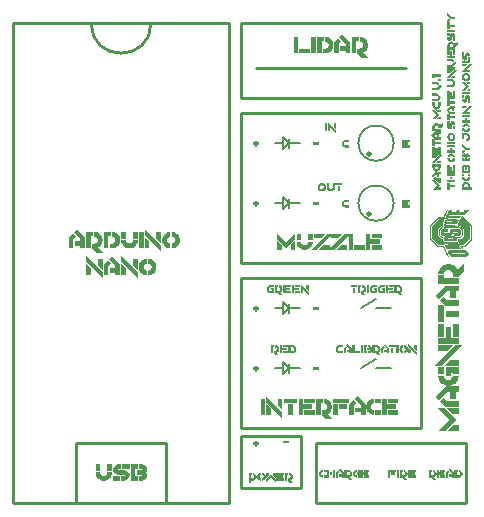
<source format=gto>
G04 Layer: TopSilkscreenLayer*
G04 EasyEDA v6.5.23, 2023-09-08 23:17:12*
G04 de93c458165947d6a0ce1764d10cece9,10*
G04 Gerber Generator version 0.2*
G04 Scale: 100 percent, Rotated: No, Reflected: No *
G04 Dimensions in millimeters *
G04 leading zeros omitted , absolute positions ,4 integer and 5 decimal *
%FSLAX45Y45*%
%MOMM*%

%ADD10C,0.1270*%
%ADD11C,0.2540*%
%ADD12C,0.2000*%

%LPD*%
G36*
X3795217Y-1705000D02*
G01*
X3787444Y-1718716D01*
X3781450Y-1730654D01*
X3775405Y-1743913D01*
X3769868Y-1757222D01*
X3765346Y-1769414D01*
X3762197Y-1779371D01*
X3760368Y-1788566D01*
X3774287Y-1788718D01*
X3766108Y-1792528D01*
X3760876Y-1795424D01*
X3757625Y-1798777D01*
X3755644Y-1803857D01*
X3754471Y-1810207D01*
X3772458Y-1810207D01*
X3773017Y-1807311D01*
X3774236Y-1806092D01*
X3777691Y-1805381D01*
X3784549Y-1805025D01*
X3818077Y-1804974D01*
X3817620Y-1808327D01*
X3816908Y-1810257D01*
X3814216Y-1811274D01*
X3807510Y-1811782D01*
X3781551Y-1812188D01*
X3774744Y-1811731D01*
X3772458Y-1810207D01*
X3754471Y-1810207D01*
X3753764Y-1815439D01*
X3754272Y-1817827D01*
X3756202Y-1820062D01*
X3766769Y-1828088D01*
X3753612Y-1829003D01*
X3750818Y-1831289D01*
X3749243Y-1837994D01*
X3746601Y-1860702D01*
X3745687Y-1865477D01*
X3744366Y-1867306D01*
X3740353Y-1868017D01*
X3738016Y-1869236D01*
X3735425Y-1871218D01*
X3732529Y-1873910D01*
X3726434Y-1880158D01*
X3726434Y-1915363D01*
X3737864Y-1927301D01*
X3810101Y-1927301D01*
X3820668Y-1915922D01*
X3822649Y-1912721D01*
X3823462Y-1909165D01*
X3823563Y-1894484D01*
X3871417Y-1894484D01*
X3871417Y-1902358D01*
X3843528Y-1901037D01*
X3838092Y-1902409D01*
X3836466Y-1907133D01*
X3837127Y-1926539D01*
X3885539Y-1927352D01*
X3897833Y-1914753D01*
X3897833Y-1880412D01*
X3885844Y-1867611D01*
X3811320Y-1867611D01*
X3800703Y-1879041D01*
X3798722Y-1882292D01*
X3797960Y-1886102D01*
X3797858Y-1902206D01*
X3761892Y-1901342D01*
X3755085Y-1900834D01*
X3752545Y-1899767D01*
X3752138Y-1897837D01*
X3752443Y-1895906D01*
X3754221Y-1894941D01*
X3758946Y-1894535D01*
X3783584Y-1894484D01*
X3783584Y-1867611D01*
X3764127Y-1867611D01*
X3765296Y-1857197D01*
X3857345Y-1857197D01*
X3860596Y-1841804D01*
X3860698Y-1840636D01*
X3857294Y-1840077D01*
X3833114Y-1839366D01*
X3786124Y-1839214D01*
X3777742Y-1838960D01*
X3772306Y-1838502D01*
X3769309Y-1837689D01*
X3768140Y-1836420D01*
X3768140Y-1834591D01*
X3769614Y-1828850D01*
X3863441Y-1828850D01*
X3867861Y-1812137D01*
X3866540Y-1811680D01*
X3863035Y-1811274D01*
X3843121Y-1810816D01*
X3838092Y-1810512D01*
X3835654Y-1809800D01*
X3834993Y-1808683D01*
X3835704Y-1807565D01*
X3838295Y-1806854D01*
X3843680Y-1806549D01*
X3870350Y-1806448D01*
X3874566Y-1795729D01*
X3876446Y-1789836D01*
X3872585Y-1789328D01*
X3862171Y-1788922D01*
X3793540Y-1788414D01*
X3779265Y-1788007D01*
X3782415Y-1778101D01*
X3882999Y-1778101D01*
X3890721Y-1760931D01*
X3886708Y-1760626D01*
X3859733Y-1760270D01*
X3789426Y-1760220D01*
X3792423Y-1751228D01*
X3925011Y-1751228D01*
X3950208Y-1719529D01*
X3960723Y-1705711D01*
X3959402Y-1705406D01*
X3950614Y-1705051D01*
X3936034Y-1705102D01*
X3930853Y-1705457D01*
X3928059Y-1706118D01*
X3926941Y-1707235D01*
X3926535Y-1708048D01*
X3925976Y-1708556D01*
X3925366Y-1708759D01*
X3923995Y-1708404D01*
X3923639Y-1710131D01*
X3921201Y-1714550D01*
X3914292Y-1724304D01*
X3874922Y-1724406D01*
X3878072Y-1718360D01*
X3883202Y-1709877D01*
X3884777Y-1706880D01*
X3884980Y-1706118D01*
X3883914Y-1705660D01*
X3881069Y-1705305D01*
X3871569Y-1705000D01*
X3858107Y-1705000D01*
X3847236Y-1724406D01*
X3819804Y-1724304D01*
X3815130Y-1723237D01*
X3815283Y-1719986D01*
X3820109Y-1710791D01*
X3822141Y-1706118D01*
X3821074Y-1705660D01*
X3818178Y-1705305D01*
X3808679Y-1705000D01*
G37*
G36*
X3781298Y-1705152D02*
G01*
X3772915Y-1705762D01*
X3763924Y-1724812D01*
X3758742Y-1736902D01*
X3753459Y-1750009D01*
X3747363Y-1766519D01*
X3746195Y-1767941D01*
X3742842Y-1768703D01*
X3735730Y-1769059D01*
X3699967Y-1769160D01*
X3634994Y-1837080D01*
X3634994Y-1957984D01*
X3699103Y-2024278D01*
X3735527Y-2024329D01*
X3742791Y-2024684D01*
X3746195Y-2025497D01*
X3747363Y-2026869D01*
X3751681Y-2038908D01*
X3757523Y-2053386D01*
X3764127Y-2068677D01*
X3770629Y-2082952D01*
X3778656Y-2098700D01*
X3780485Y-2101596D01*
X3782009Y-2103272D01*
X3783685Y-2104288D01*
X3785920Y-2104644D01*
X3795014Y-2104085D01*
X3785311Y-2087321D01*
X3780282Y-2077618D01*
X3775049Y-2066645D01*
X3769868Y-2054961D01*
X3765042Y-2043379D01*
X3760927Y-2032558D01*
X3754628Y-2013813D01*
X3704234Y-2013813D01*
X3643579Y-1950415D01*
X3643579Y-1844446D01*
X3704234Y-1781098D01*
X3754678Y-1781098D01*
X3756863Y-1772666D01*
X3760876Y-1760982D01*
X3766413Y-1746859D01*
X3772712Y-1732280D01*
X3785006Y-1705508D01*
X3783228Y-1705152D01*
G37*
G36*
X3910126Y-1755749D02*
G01*
X3906367Y-1755902D01*
X3903776Y-1757070D01*
X3901135Y-1760118D01*
X3897274Y-1765909D01*
X3891584Y-1775104D01*
X3890314Y-1779574D01*
X3894328Y-1780997D01*
X3919880Y-1781098D01*
X3979265Y-1842922D01*
X3979265Y-1950466D01*
X3918559Y-2013813D01*
X3898239Y-2013915D01*
X3890467Y-2014524D01*
X3889298Y-2014931D01*
X3891686Y-2019350D01*
X3897274Y-2028393D01*
X3901033Y-2033930D01*
X3904081Y-2037842D01*
X3906469Y-2040128D01*
X3908298Y-2040940D01*
X3914292Y-2041448D01*
X3917137Y-2041347D01*
X3918102Y-2040331D01*
X3917137Y-2037892D01*
X3912362Y-2030933D01*
X3909669Y-2026564D01*
X3909263Y-2025548D01*
X3909872Y-2025040D01*
X3911498Y-2024634D01*
X3916781Y-2024278D01*
X3924300Y-2024278D01*
X3985006Y-1960829D01*
X3985006Y-1832813D01*
X3922877Y-1769262D01*
X3913428Y-1769110D01*
X3909822Y-1768551D01*
X3909263Y-1768195D01*
X3910329Y-1766062D01*
X3915359Y-1758594D01*
X3916426Y-1756562D01*
X3915918Y-1756257D01*
X3912565Y-1755800D01*
G37*
G36*
X3707129Y-1788566D02*
G01*
X3650691Y-1847494D01*
X3650691Y-1947468D01*
X3707180Y-2006346D01*
X3738118Y-2006295D01*
X3750360Y-2005888D01*
X3752392Y-2005584D01*
X3752392Y-2003907D01*
X3750614Y-1994204D01*
X3747515Y-1979930D01*
X3744874Y-1966417D01*
X3743248Y-1954174D01*
X3736035Y-1954174D01*
X3731717Y-1953920D01*
X3728008Y-1952345D01*
X3723030Y-1948027D01*
X3700729Y-1925269D01*
X3700729Y-1868881D01*
X3722217Y-1846732D01*
X3727043Y-1842516D01*
X3730701Y-1840992D01*
X3738118Y-1840636D01*
X3740454Y-1840280D01*
X3742029Y-1839671D01*
X3742740Y-1838909D01*
X3752443Y-1788566D01*
G37*
G36*
X3883863Y-1788566D02*
G01*
X3877259Y-1805127D01*
X3874515Y-1812543D01*
X3871874Y-1820824D01*
X3866946Y-1838147D01*
X3866997Y-1839569D01*
X3868724Y-1840331D01*
X3873042Y-1840687D01*
X3895750Y-1840788D01*
X3922115Y-1868424D01*
X3922115Y-1925828D01*
X3895140Y-1954225D01*
X3876040Y-1953971D01*
X3868521Y-1954174D01*
X3867302Y-1954377D01*
X3867353Y-1956054D01*
X3867962Y-1959356D01*
X3871620Y-1972462D01*
X3876141Y-1986178D01*
X3880561Y-1997760D01*
X3882440Y-2001926D01*
X3883964Y-2004517D01*
X3885488Y-2005330D01*
X3888689Y-2005939D01*
X3893667Y-2006244D01*
X3915714Y-2006346D01*
X3972153Y-1947418D01*
X3972102Y-1845970D01*
X3916883Y-1788566D01*
G37*
G36*
X3735324Y-1848205D02*
G01*
X3732123Y-1848561D01*
X3729024Y-1850136D01*
X3724960Y-1853641D01*
X3707841Y-1871421D01*
X3707942Y-1923592D01*
X3726027Y-1940814D01*
X3730345Y-1944370D01*
X3733596Y-1946198D01*
X3736289Y-1946706D01*
X3738778Y-1946554D01*
X3740099Y-1945843D01*
X3740607Y-1944065D01*
X3740607Y-1937664D01*
X3740150Y-1935835D01*
X3739235Y-1934972D01*
X3737660Y-1934768D01*
X3735882Y-1934159D01*
X3733292Y-1932533D01*
X3730244Y-1930044D01*
X3726942Y-1926996D01*
X3719271Y-1919173D01*
X3719271Y-1875891D01*
X3730802Y-1863953D01*
X3733952Y-1861210D01*
X3736543Y-1859330D01*
X3738168Y-1858670D01*
X3739387Y-1858416D01*
X3740150Y-1857552D01*
X3740607Y-1855978D01*
X3740607Y-1850491D01*
X3739946Y-1848967D01*
X3738372Y-1848307D01*
G37*
G36*
X3879189Y-1848205D02*
G01*
X3871468Y-1848307D01*
X3867200Y-1848662D01*
X3865372Y-1849526D01*
X3864152Y-1856333D01*
X3864101Y-1857552D01*
X3865626Y-1858264D01*
X3869385Y-1858568D01*
X3888689Y-1858670D01*
X3904996Y-1876450D01*
X3904996Y-1917496D01*
X3888638Y-1934768D01*
X3872331Y-1934870D01*
X3865778Y-1935429D01*
X3864610Y-1935886D01*
X3864457Y-1937969D01*
X3865727Y-1945944D01*
X3892854Y-1946757D01*
X3915156Y-1923338D01*
X3915156Y-1871878D01*
X3900576Y-1855114D01*
X3897477Y-1852168D01*
X3894683Y-1850186D01*
X3891838Y-1849018D01*
X3888536Y-1848459D01*
G37*
G36*
X3758437Y-1931771D02*
G01*
X3753154Y-1937410D01*
X3749954Y-1941372D01*
X3748328Y-1945233D01*
X3748074Y-1950313D01*
X3748325Y-1952650D01*
X3767836Y-1952650D01*
X3767988Y-1951685D01*
X3768547Y-1950974D01*
X3770020Y-1950415D01*
X3772763Y-1950059D01*
X3783533Y-1949754D01*
X3824579Y-1949754D01*
X3835501Y-1950110D01*
X3838346Y-1950466D01*
X3839972Y-1950974D01*
X3840784Y-1951685D01*
X3841242Y-1953615D01*
X3840886Y-1954377D01*
X3839565Y-1954885D01*
X3832504Y-1955495D01*
X3783888Y-1955596D01*
X3772814Y-1955241D01*
X3770071Y-1954885D01*
X3768547Y-1954377D01*
X3767988Y-1953615D01*
X3767836Y-1952650D01*
X3748325Y-1952650D01*
X3748887Y-1957882D01*
X3749548Y-1960067D01*
X3750818Y-1962657D01*
X3752596Y-1965401D01*
X3754678Y-1967941D01*
X3759860Y-1973529D01*
X3854450Y-1973529D01*
X3863289Y-1963826D01*
X3858615Y-1941220D01*
X3857955Y-1939696D01*
X3856685Y-1938020D01*
X3854958Y-1936343D01*
X3853027Y-1934870D01*
X3851351Y-1933905D01*
X3849370Y-1933143D01*
X3846626Y-1932584D01*
X3836720Y-1931974D01*
X3817620Y-1931771D01*
G37*
G36*
X3810660Y-1976526D02*
G01*
X3770274Y-1976882D01*
X3757879Y-1977237D01*
X3753154Y-1977643D01*
X3753104Y-1980184D01*
X3753764Y-1984756D01*
X3756456Y-1997405D01*
X3837736Y-1997303D01*
X3868928Y-1996693D01*
X3873550Y-1996236D01*
X3872687Y-1992630D01*
X3867607Y-1976526D01*
G37*
G36*
X3805224Y-2000402D02*
G01*
X3768090Y-2000910D01*
X3759149Y-2001316D01*
X3757980Y-2001520D01*
X3760266Y-2010460D01*
X3762501Y-2018233D01*
X3805631Y-2018944D01*
X3814114Y-2019401D01*
X3817924Y-2020265D01*
X3818991Y-2021636D01*
X3818534Y-2023110D01*
X3815232Y-2023872D01*
X3807104Y-2024227D01*
X3781653Y-2024329D01*
X3767124Y-2024684D01*
X3764991Y-2024938D01*
X3767937Y-2033930D01*
X3770934Y-2042160D01*
X3873093Y-2042007D01*
X3892854Y-2041702D01*
X3897833Y-2041398D01*
X3896309Y-2038451D01*
X3887470Y-2024329D01*
X3849928Y-2023618D01*
X3842512Y-2023160D01*
X3839108Y-2022348D01*
X3838143Y-2020925D01*
X3838498Y-2019503D01*
X3841292Y-2018690D01*
X3848150Y-2018385D01*
X3869537Y-2018233D01*
X3881729Y-2017572D01*
X3883558Y-2017115D01*
X3882542Y-2013966D01*
X3876395Y-2000402D01*
G37*
G36*
X3797046Y-2045157D02*
G01*
X3785717Y-2057196D01*
X3780688Y-2063089D01*
X3785023Y-2071624D01*
X3813657Y-2071624D01*
X3818026Y-2071217D01*
X3847541Y-2070607D01*
X3924554Y-2070506D01*
X3927856Y-2078786D01*
X3911498Y-2079294D01*
X3816350Y-2079498D01*
X3814521Y-2074722D01*
X3813657Y-2071624D01*
X3785023Y-2071624D01*
X3793693Y-2087524D01*
X3797249Y-2092655D01*
X3801211Y-2096007D01*
X3807053Y-2099462D01*
X3817112Y-2104999D01*
X3942740Y-2104085D01*
X3959606Y-2078278D01*
X3943096Y-2055520D01*
X3941013Y-2053183D01*
X3938778Y-2051253D01*
X3936288Y-2049627D01*
X3933342Y-2048357D01*
X3929786Y-2047392D01*
X3925519Y-2046630D01*
X3914140Y-2045665D01*
X3897985Y-2045309D01*
G37*
G36*
X1216406Y-1869186D02*
G01*
X1216406Y-1918970D01*
X1355344Y-2057907D01*
X1355344Y-2008124D01*
G37*
G36*
X640842Y-1873250D02*
G01*
X616204Y-1898142D01*
X670814Y-1952498D01*
X670814Y-1972564D01*
X622046Y-1972564D01*
X622046Y-2012188D01*
X670814Y-2012188D01*
X670814Y-2032000D01*
X710438Y-2032000D01*
X710438Y-1942592D01*
G37*
G36*
X720344Y-1893062D02*
G01*
X720344Y-2032000D01*
X759968Y-2032000D01*
X759968Y-1932686D01*
X779780Y-1932686D01*
X779780Y-1893062D01*
G37*
G36*
X789686Y-1893062D02*
G01*
X789686Y-1932686D01*
X795680Y-1933244D01*
X801166Y-1934921D01*
X806196Y-1937664D01*
X810768Y-1941575D01*
X814679Y-1946148D01*
X817422Y-1951177D01*
X819099Y-1956663D01*
X819658Y-1962657D01*
X819099Y-1968550D01*
X817422Y-1973935D01*
X814679Y-1978964D01*
X810768Y-1983486D01*
X806196Y-1987397D01*
X801166Y-1990140D01*
X795680Y-1991817D01*
X789686Y-1992375D01*
X769874Y-1992375D01*
X769874Y-2032000D01*
X809752Y-2071624D01*
X865886Y-2071624D01*
X819658Y-2025650D01*
X824788Y-2022856D01*
X829716Y-2019604D01*
X834440Y-2015896D01*
X838962Y-2011680D01*
X847852Y-2001012D01*
X854202Y-1989277D01*
X858012Y-1976475D01*
X859282Y-1962657D01*
X858012Y-1948738D01*
X854202Y-1935835D01*
X847852Y-1924100D01*
X838962Y-1913382D01*
X828243Y-1904492D01*
X816508Y-1898142D01*
X803605Y-1894332D01*
G37*
G36*
X869187Y-1893062D02*
G01*
X869187Y-2032000D01*
X908812Y-2032000D01*
X908812Y-1932686D01*
X928624Y-1932686D01*
X928624Y-1893062D01*
G37*
G36*
X938530Y-1893062D02*
G01*
X938530Y-1932686D01*
X944524Y-1933244D01*
X950010Y-1934921D01*
X955040Y-1937664D01*
X959612Y-1941575D01*
X963523Y-1946148D01*
X966266Y-1951177D01*
X967943Y-1956663D01*
X968502Y-1962657D01*
X967943Y-1968550D01*
X966266Y-1973935D01*
X963523Y-1978964D01*
X959612Y-1983486D01*
X955040Y-1987397D01*
X950010Y-1990140D01*
X944524Y-1991817D01*
X938530Y-1992375D01*
X918718Y-1992375D01*
X918718Y-2032000D01*
X938530Y-2032000D01*
X952449Y-2030730D01*
X965352Y-2026920D01*
X977087Y-2020570D01*
X987806Y-2011680D01*
X996696Y-2001012D01*
X1003046Y-1989277D01*
X1006856Y-1976475D01*
X1008126Y-1962657D01*
X1006856Y-1948738D01*
X1003046Y-1935835D01*
X996696Y-1924100D01*
X987806Y-1913382D01*
X977087Y-1904492D01*
X965352Y-1898142D01*
X952449Y-1894332D01*
G37*
G36*
X1018032Y-1893062D02*
G01*
X1018032Y-1952498D01*
X1057656Y-1952498D01*
X1057656Y-1893062D01*
G37*
G36*
X1117092Y-1893062D02*
G01*
X1117092Y-1952498D01*
X1156970Y-1952498D01*
X1156970Y-1893062D01*
G37*
G36*
X1166876Y-1893062D02*
G01*
X1166876Y-2032000D01*
X1206500Y-2032000D01*
X1206500Y-1893062D01*
G37*
G36*
X1315720Y-1893062D02*
G01*
X1315720Y-1951736D01*
X1355344Y-1991360D01*
X1355344Y-1893062D01*
G37*
G36*
X1434592Y-1893062D02*
G01*
X1420774Y-1894332D01*
X1407972Y-1898142D01*
X1396238Y-1904492D01*
X1385570Y-1913382D01*
X1376680Y-1924100D01*
X1370330Y-1935835D01*
X1366520Y-1948738D01*
X1365250Y-1962657D01*
X1366520Y-1976475D01*
X1370330Y-1989277D01*
X1376680Y-2001012D01*
X1385570Y-2011680D01*
X1396238Y-2020570D01*
X1407972Y-2026920D01*
X1420774Y-2030730D01*
X1434592Y-2032000D01*
X1434592Y-1992375D01*
X1428699Y-1991817D01*
X1423314Y-1990140D01*
X1418285Y-1987397D01*
X1413764Y-1983486D01*
X1409903Y-1978964D01*
X1407109Y-1973935D01*
X1405432Y-1968550D01*
X1404874Y-1962657D01*
X1405432Y-1956663D01*
X1407109Y-1951177D01*
X1409903Y-1946148D01*
X1413764Y-1941575D01*
X1418285Y-1937664D01*
X1423314Y-1934921D01*
X1428699Y-1933244D01*
X1434592Y-1932686D01*
G37*
G36*
X1444752Y-1893062D02*
G01*
X1444752Y-1932686D01*
X1450644Y-1933244D01*
X1456080Y-1934921D01*
X1461058Y-1937664D01*
X1465580Y-1941575D01*
X1469491Y-1946148D01*
X1472234Y-1951177D01*
X1473911Y-1956663D01*
X1474470Y-1962657D01*
X1473911Y-1968550D01*
X1472234Y-1973935D01*
X1469491Y-1978964D01*
X1465580Y-1983486D01*
X1461058Y-1987397D01*
X1456080Y-1990140D01*
X1450644Y-1991817D01*
X1444752Y-1992375D01*
X1444752Y-2032000D01*
X1458569Y-2030730D01*
X1471371Y-2026920D01*
X1483106Y-2020570D01*
X1493774Y-2011680D01*
X1502664Y-2001012D01*
X1509014Y-1989277D01*
X1512824Y-1976475D01*
X1514094Y-1962657D01*
X1512824Y-1948738D01*
X1509014Y-1935835D01*
X1502664Y-1924100D01*
X1493774Y-1913382D01*
X1483106Y-1904492D01*
X1471371Y-1898142D01*
X1458569Y-1894332D01*
G37*
G36*
X608584Y-1905507D02*
G01*
X571500Y-1942592D01*
X571500Y-2032000D01*
X611124Y-2032000D01*
X611124Y-1952498D01*
X633476Y-1930400D01*
G37*
G36*
X1216406Y-1933702D02*
G01*
X1216406Y-2032000D01*
X1256030Y-2032000D01*
X1256030Y-1973580D01*
G37*
G36*
X1018032Y-1962657D02*
G01*
X1019302Y-1976475D01*
X1023112Y-1989277D01*
X1029462Y-2001012D01*
X1038352Y-2011680D01*
X1049020Y-2020570D01*
X1060754Y-2026920D01*
X1073556Y-2030730D01*
X1087374Y-2032000D01*
X1101293Y-2030730D01*
X1114196Y-2026920D01*
X1125931Y-2020570D01*
X1136650Y-2011680D01*
X1145540Y-2001012D01*
X1151890Y-1989277D01*
X1155700Y-1976475D01*
X1156970Y-1962657D01*
X1117092Y-1962657D01*
X1116533Y-1968550D01*
X1114958Y-1973935D01*
X1112215Y-1978964D01*
X1108456Y-1983486D01*
X1103884Y-1987397D01*
X1098854Y-1990140D01*
X1093368Y-1991817D01*
X1087374Y-1992375D01*
X1081481Y-1991817D01*
X1075994Y-1990140D01*
X1070965Y-1987397D01*
X1066292Y-1983486D01*
X1062532Y-1978964D01*
X1059840Y-1973935D01*
X1058214Y-1968550D01*
X1057656Y-1962657D01*
G37*
G36*
X720344Y-2097786D02*
G01*
X720344Y-2147570D01*
X859282Y-2286508D01*
X859282Y-2236724D01*
G37*
G36*
X1018032Y-2097786D02*
G01*
X1018032Y-2147570D01*
X1156970Y-2286508D01*
X1156970Y-2236724D01*
G37*
G36*
X938530Y-2101850D02*
G01*
X913892Y-2126742D01*
X968502Y-2181098D01*
X968502Y-2201164D01*
X919734Y-2201164D01*
X919734Y-2240788D01*
X968502Y-2240788D01*
X968502Y-2260600D01*
X1008126Y-2260600D01*
X1008126Y-2171192D01*
G37*
G36*
X819658Y-2121662D02*
G01*
X819658Y-2180336D01*
X859282Y-2219960D01*
X859282Y-2121662D01*
G37*
G36*
X1117092Y-2121662D02*
G01*
X1117092Y-2180336D01*
X1156970Y-2219960D01*
X1156970Y-2121662D01*
G37*
G36*
X1236218Y-2121662D02*
G01*
X1222400Y-2122932D01*
X1209598Y-2126742D01*
X1197864Y-2133092D01*
X1187196Y-2141982D01*
X1178306Y-2152700D01*
X1171956Y-2164435D01*
X1168146Y-2177338D01*
X1166876Y-2191258D01*
X1168146Y-2205075D01*
X1171956Y-2217877D01*
X1178306Y-2229612D01*
X1187196Y-2240280D01*
X1197864Y-2249170D01*
X1209598Y-2255520D01*
X1222400Y-2259330D01*
X1236218Y-2260600D01*
X1236218Y-2220976D01*
X1230325Y-2220417D01*
X1224838Y-2218740D01*
X1219809Y-2215997D01*
X1215136Y-2212086D01*
X1211376Y-2207564D01*
X1208684Y-2202535D01*
X1207058Y-2197150D01*
X1206500Y-2191258D01*
X1207058Y-2185263D01*
X1208684Y-2179777D01*
X1211376Y-2174748D01*
X1215136Y-2170176D01*
X1219809Y-2166264D01*
X1224838Y-2163521D01*
X1230325Y-2161844D01*
X1236218Y-2161286D01*
G37*
G36*
X1246124Y-2121662D02*
G01*
X1246124Y-2161286D01*
X1252118Y-2161844D01*
X1257604Y-2163521D01*
X1262634Y-2166264D01*
X1267206Y-2170176D01*
X1270965Y-2174748D01*
X1273708Y-2179777D01*
X1275283Y-2185263D01*
X1275842Y-2191258D01*
X1275283Y-2197150D01*
X1273708Y-2202535D01*
X1270965Y-2207564D01*
X1267206Y-2212086D01*
X1262634Y-2215997D01*
X1257604Y-2218740D01*
X1252118Y-2220417D01*
X1246124Y-2220976D01*
X1246124Y-2260600D01*
X1260043Y-2259330D01*
X1272946Y-2255520D01*
X1284681Y-2249170D01*
X1295400Y-2240280D01*
X1304290Y-2229612D01*
X1310640Y-2217877D01*
X1314450Y-2205075D01*
X1315720Y-2191258D01*
X1314450Y-2177338D01*
X1310640Y-2164435D01*
X1304290Y-2152700D01*
X1295400Y-2141982D01*
X1284681Y-2133092D01*
X1272946Y-2126742D01*
X1260043Y-2122932D01*
G37*
G36*
X906271Y-2134108D02*
G01*
X869187Y-2171192D01*
X869187Y-2260600D01*
X908812Y-2260600D01*
X908812Y-2181098D01*
X931164Y-2159000D01*
G37*
G36*
X720344Y-2162302D02*
G01*
X720344Y-2260600D01*
X759968Y-2260600D01*
X759968Y-2202180D01*
G37*
G36*
X1018032Y-2162302D02*
G01*
X1018032Y-2260600D01*
X1057656Y-2260600D01*
X1057656Y-2202180D01*
G37*
G36*
X2888234Y-222250D02*
G01*
X2863342Y-247142D01*
X2917952Y-301752D01*
X2917952Y-321564D01*
X2869438Y-321564D01*
X2869438Y-361188D01*
X2917952Y-361188D01*
X2917952Y-381000D01*
X2957830Y-381000D01*
X2957830Y-291592D01*
G37*
G36*
X2476500Y-242062D02*
G01*
X2476500Y-381000D01*
X2516124Y-381000D01*
X2516124Y-242062D01*
G37*
G36*
X2625344Y-242062D02*
G01*
X2625344Y-381000D01*
X2664968Y-381000D01*
X2664968Y-242062D01*
G37*
G36*
X2674874Y-242062D02*
G01*
X2674874Y-381000D01*
X2714498Y-381000D01*
X2714498Y-281686D01*
X2734564Y-281686D01*
X2734564Y-242062D01*
G37*
G36*
X2744470Y-242062D02*
G01*
X2744470Y-281686D01*
X2750362Y-282244D01*
X2755798Y-283921D01*
X2760776Y-286664D01*
X2765298Y-290576D01*
X2769209Y-295148D01*
X2771952Y-300177D01*
X2773629Y-305663D01*
X2774188Y-311658D01*
X2773629Y-317550D01*
X2771952Y-322935D01*
X2769209Y-327964D01*
X2765298Y-332486D01*
X2760776Y-336346D01*
X2755798Y-339140D01*
X2750362Y-340817D01*
X2744470Y-341376D01*
X2724658Y-341376D01*
X2724658Y-381000D01*
X2744470Y-381000D01*
X2758287Y-379730D01*
X2771089Y-375920D01*
X2782824Y-369570D01*
X2793492Y-360680D01*
X2802382Y-350012D01*
X2808732Y-338277D01*
X2812542Y-325475D01*
X2813812Y-311658D01*
X2812542Y-297738D01*
X2808732Y-284835D01*
X2802382Y-273100D01*
X2793492Y-262382D01*
X2782824Y-253492D01*
X2771089Y-247142D01*
X2758287Y-243332D01*
G37*
G36*
X2967736Y-242062D02*
G01*
X2967736Y-381000D01*
X3007360Y-381000D01*
X3007360Y-281686D01*
X3027172Y-281686D01*
X3027172Y-242062D01*
G37*
G36*
X3037078Y-242062D02*
G01*
X3037078Y-281686D01*
X3042970Y-282244D01*
X3048457Y-283921D01*
X3053537Y-286664D01*
X3058160Y-290576D01*
X3061970Y-295148D01*
X3064662Y-300177D01*
X3066288Y-305663D01*
X3066796Y-311658D01*
X3066288Y-317550D01*
X3064662Y-322935D01*
X3061970Y-327964D01*
X3058160Y-332486D01*
X3053537Y-336346D01*
X3048457Y-339140D01*
X3042970Y-340817D01*
X3037078Y-341376D01*
X3017266Y-341376D01*
X3017266Y-381000D01*
X3056890Y-420624D01*
X3113024Y-420624D01*
X3067050Y-374650D01*
X3072130Y-371856D01*
X3077006Y-368604D01*
X3081680Y-364896D01*
X3086100Y-360680D01*
X3094990Y-350012D01*
X3101340Y-338277D01*
X3105150Y-325475D01*
X3106420Y-311658D01*
X3105150Y-297738D01*
X3101340Y-284835D01*
X3094990Y-273100D01*
X3086100Y-262382D01*
X3075432Y-253492D01*
X3063697Y-247142D01*
X3050895Y-243332D01*
G37*
G36*
X2855976Y-254508D02*
G01*
X2818892Y-291592D01*
X2818892Y-381000D01*
X2858516Y-381000D01*
X2858516Y-301752D01*
X2880868Y-279400D01*
G37*
G36*
X2526030Y-341376D02*
G01*
X2526030Y-381000D01*
X2615438Y-381000D01*
X2615438Y-341376D01*
G37*
G36*
X2148332Y-1122426D02*
G01*
X2148332Y-1132332D01*
X2167890Y-1132332D01*
X2167890Y-1122426D01*
G37*
G36*
X2133600Y-1137158D02*
G01*
X2133600Y-1156716D01*
X2182368Y-1156716D01*
X2182368Y-1137158D01*
G37*
G36*
X2148332Y-1161542D02*
G01*
X2148332Y-1171448D01*
X2167890Y-1171448D01*
X2167890Y-1161542D01*
G37*
G36*
X2641600Y-1137158D02*
G01*
X2641600Y-1156716D01*
X2690368Y-1156716D01*
X2690368Y-1137158D01*
G37*
G36*
X2148332Y-1630426D02*
G01*
X2148332Y-1640332D01*
X2167890Y-1640332D01*
X2167890Y-1630426D01*
G37*
G36*
X2133600Y-1645157D02*
G01*
X2133600Y-1664716D01*
X2182368Y-1664716D01*
X2182368Y-1645157D01*
G37*
G36*
X2148332Y-1669542D02*
G01*
X2148332Y-1679448D01*
X2167890Y-1679448D01*
X2167890Y-1669542D01*
G37*
G36*
X2641600Y-1645157D02*
G01*
X2641600Y-1664716D01*
X2690368Y-1664716D01*
X2690368Y-1645157D01*
G37*
G36*
X2336800Y-1903222D02*
G01*
X2336800Y-1951989D01*
X2415032Y-2029968D01*
X2493010Y-1951989D01*
X2493010Y-1903222D01*
X2415032Y-1981200D01*
G37*
G36*
X2502916Y-1908048D02*
G01*
X2502916Y-1966468D01*
X2541778Y-1966468D01*
X2541778Y-1908048D01*
G37*
G36*
X2600452Y-1908048D02*
G01*
X2600452Y-1966468D01*
X2639568Y-1966468D01*
X2639568Y-1908048D01*
G37*
G36*
X2649220Y-1908048D02*
G01*
X2649220Y-1947164D01*
X2706878Y-1947164D01*
X2745994Y-1908048D01*
G37*
G36*
X2760726Y-1908048D02*
G01*
X2623820Y-2044700D01*
X2672842Y-2044700D01*
X2795778Y-1921764D01*
X2795778Y-1947164D01*
X2853436Y-1947164D01*
X2892552Y-1908048D01*
G37*
G36*
X2907030Y-1908048D02*
G01*
X2786126Y-2028952D01*
X2786126Y-2005584D01*
X2728468Y-2005584D01*
X2689352Y-2044700D01*
X2819146Y-2044700D01*
X2942336Y-1921713D01*
X2942336Y-2044700D01*
X2981198Y-2044700D01*
X2981198Y-1908048D01*
G37*
G36*
X3088640Y-1908048D02*
G01*
X3088640Y-2044700D01*
X3127756Y-2044700D01*
X3127756Y-1995932D01*
X3205988Y-1995932D01*
X3205988Y-1956816D01*
X3127756Y-1956816D01*
X3127756Y-1908048D01*
G37*
G36*
X3137662Y-1908048D02*
G01*
X3137662Y-1947164D01*
X3225546Y-1947164D01*
X3225546Y-1908048D01*
G37*
G36*
X2493010Y-1966468D02*
G01*
X2453894Y-2005584D01*
X2453894Y-2044700D01*
X2493010Y-2044700D01*
G37*
G36*
X2336800Y-1966468D02*
G01*
X2336800Y-2044700D01*
X2375916Y-2044700D01*
X2375916Y-2005584D01*
G37*
G36*
X2502916Y-1976374D02*
G01*
X2504135Y-1989988D01*
X2507894Y-2002536D01*
X2514041Y-2014118D01*
X2522728Y-2024634D01*
X2533294Y-2033422D01*
X2544876Y-2039670D01*
X2557526Y-2043430D01*
X2571242Y-2044700D01*
X2584856Y-2043430D01*
X2597404Y-2039670D01*
X2608986Y-2033422D01*
X2619502Y-2024634D01*
X2628290Y-2014118D01*
X2634538Y-2002536D01*
X2638298Y-1989937D01*
X2639568Y-1976374D01*
X2600452Y-1976374D01*
X2599893Y-1982216D01*
X2598318Y-1987600D01*
X2595575Y-1992528D01*
X2591816Y-1996948D01*
X2587294Y-2000707D01*
X2582367Y-2003399D01*
X2577033Y-2005025D01*
X2571242Y-2005584D01*
X2565349Y-2005025D01*
X2559964Y-2003399D01*
X2554935Y-2000707D01*
X2550414Y-1996948D01*
X2546654Y-1992528D01*
X2543962Y-1987600D01*
X2542336Y-1982216D01*
X2541778Y-1976374D01*
G37*
G36*
X2874772Y-2005584D02*
G01*
X2835910Y-2044700D01*
X2932430Y-2044700D01*
X2932430Y-2005584D01*
G37*
G36*
X2991104Y-2005584D02*
G01*
X2991104Y-2044700D01*
X3078988Y-2044700D01*
X3078988Y-2005584D01*
G37*
G36*
X3137662Y-2005584D02*
G01*
X3137662Y-2044700D01*
X3225546Y-2044700D01*
X3225546Y-2005584D01*
G37*
G36*
X2713990Y-1481074D02*
G01*
X2700782Y-1483563D01*
X2689606Y-1490980D01*
X2682189Y-1502105D01*
X2679700Y-1515110D01*
X2682189Y-1528318D01*
X2689606Y-1539494D01*
X2700782Y-1546910D01*
X2713990Y-1549400D01*
X2713990Y-1529842D01*
X2711043Y-1529588D01*
X2708351Y-1528775D01*
X2705862Y-1527403D01*
X2703576Y-1525524D01*
X2701696Y-1523238D01*
X2700324Y-1520748D01*
X2699512Y-1518056D01*
X2699258Y-1515110D01*
X2699512Y-1512265D01*
X2700324Y-1509623D01*
X2701696Y-1507185D01*
X2703576Y-1504950D01*
X2705862Y-1503070D01*
X2708351Y-1501698D01*
X2711043Y-1500886D01*
X2713990Y-1500632D01*
G37*
G36*
X2718816Y-1481074D02*
G01*
X2718816Y-1500632D01*
X2721762Y-1500886D01*
X2724454Y-1501698D01*
X2726944Y-1503070D01*
X2729230Y-1504950D01*
X2731008Y-1507185D01*
X2732278Y-1509623D01*
X2733040Y-1512265D01*
X2733294Y-1515110D01*
X2733040Y-1518056D01*
X2732278Y-1520748D01*
X2731008Y-1523238D01*
X2729230Y-1525524D01*
X2726944Y-1527403D01*
X2724454Y-1528775D01*
X2721762Y-1529588D01*
X2718816Y-1529842D01*
X2718816Y-1549400D01*
X2731973Y-1546910D01*
X2742946Y-1539494D01*
X2750362Y-1528318D01*
X2752852Y-1515110D01*
X2750362Y-1502105D01*
X2742946Y-1490980D01*
X2731973Y-1483563D01*
G37*
G36*
X2757932Y-1481074D02*
G01*
X2757932Y-1510284D01*
X2777236Y-1510284D01*
X2777236Y-1481074D01*
G37*
G36*
X2806700Y-1481074D02*
G01*
X2806700Y-1510284D01*
X2826258Y-1510284D01*
X2826258Y-1481074D01*
G37*
G36*
X2831084Y-1481074D02*
G01*
X2831084Y-1500632D01*
X2889758Y-1500632D01*
X2889758Y-1481074D01*
G37*
G36*
X2850642Y-1505458D02*
G01*
X2850642Y-1549400D01*
X2870200Y-1549400D01*
X2870200Y-1505458D01*
G37*
G36*
X2757932Y-1515110D02*
G01*
X2760421Y-1528318D01*
X2767838Y-1539494D01*
X2778810Y-1546910D01*
X2791968Y-1549400D01*
X2805125Y-1546910D01*
X2816098Y-1539494D01*
X2823718Y-1528318D01*
X2826258Y-1515110D01*
X2806700Y-1515110D01*
X2806446Y-1518056D01*
X2805633Y-1520748D01*
X2804261Y-1523238D01*
X2802382Y-1525524D01*
X2800096Y-1527403D01*
X2797606Y-1528775D01*
X2794914Y-1529588D01*
X2791968Y-1529842D01*
X2789021Y-1529588D01*
X2786329Y-1528775D01*
X2783840Y-1527403D01*
X2781554Y-1525524D01*
X2779674Y-1523238D01*
X2778302Y-1520748D01*
X2777490Y-1518056D01*
X2777236Y-1515110D01*
G37*
G36*
X2767584Y-961390D02*
G01*
X2767584Y-985774D01*
X2835910Y-1054100D01*
X2835910Y-1029716D01*
G37*
G36*
X2743200Y-973074D02*
G01*
X2743200Y-1041400D01*
X2762758Y-1041400D01*
X2762758Y-973074D01*
G37*
G36*
X2816352Y-973074D02*
G01*
X2816352Y-1001776D01*
X2835910Y-1021334D01*
X2835910Y-973074D01*
G37*
G36*
X2767584Y-993140D02*
G01*
X2767584Y-1041400D01*
X2787142Y-1041400D01*
X2787142Y-1012698D01*
G37*
G36*
X2535936Y-2332990D02*
G01*
X2535936Y-2357374D01*
X2604262Y-2425700D01*
X2604262Y-2401316D01*
G37*
G36*
X2282190Y-2344674D02*
G01*
X2268982Y-2347163D01*
X2257806Y-2354580D01*
X2250389Y-2365705D01*
X2247900Y-2378710D01*
X2250389Y-2391918D01*
X2257806Y-2403094D01*
X2268982Y-2410510D01*
X2282190Y-2413000D01*
X2282190Y-2393442D01*
X2279243Y-2393188D01*
X2276551Y-2392375D01*
X2274062Y-2391003D01*
X2271776Y-2389124D01*
X2269896Y-2386838D01*
X2268524Y-2384348D01*
X2267712Y-2381656D01*
X2267458Y-2378710D01*
X2267712Y-2375865D01*
X2268524Y-2373223D01*
X2269896Y-2370785D01*
X2271776Y-2368550D01*
X2274062Y-2366670D01*
X2276551Y-2365298D01*
X2279243Y-2364486D01*
X2282190Y-2364232D01*
G37*
G36*
X2287016Y-2344674D02*
G01*
X2287016Y-2364232D01*
X2311400Y-2364232D01*
X2311400Y-2344674D01*
G37*
G36*
X2316226Y-2344674D02*
G01*
X2316226Y-2413000D01*
X2335784Y-2413000D01*
X2335784Y-2364232D01*
X2345436Y-2364232D01*
X2345436Y-2344674D01*
G37*
G36*
X2350516Y-2344674D02*
G01*
X2350516Y-2364232D01*
X2353462Y-2364486D01*
X2356104Y-2365298D01*
X2358542Y-2366670D01*
X2360676Y-2368550D01*
X2362555Y-2370785D01*
X2363927Y-2373223D01*
X2364740Y-2375865D01*
X2364994Y-2378710D01*
X2364740Y-2381656D01*
X2363927Y-2384348D01*
X2362555Y-2386838D01*
X2360676Y-2389124D01*
X2358542Y-2391003D01*
X2356104Y-2392375D01*
X2353462Y-2393188D01*
X2350516Y-2393442D01*
X2340610Y-2393442D01*
X2340610Y-2413000D01*
X2360168Y-2432558D01*
X2387854Y-2432558D01*
X2365248Y-2409698D01*
X2367737Y-2408428D01*
X2372461Y-2405126D01*
X2374646Y-2403094D01*
X2382062Y-2391918D01*
X2384552Y-2378710D01*
X2382062Y-2365705D01*
X2374646Y-2354580D01*
X2363520Y-2347163D01*
G37*
G36*
X2389378Y-2344674D02*
G01*
X2389378Y-2413000D01*
X2408936Y-2413000D01*
X2408936Y-2388616D01*
X2448052Y-2388616D01*
X2448052Y-2369058D01*
X2408936Y-2369058D01*
X2408936Y-2344674D01*
G37*
G36*
X2414016Y-2344674D02*
G01*
X2414016Y-2364232D01*
X2457958Y-2364232D01*
X2457958Y-2344674D01*
G37*
G36*
X2462784Y-2344674D02*
G01*
X2462784Y-2413000D01*
X2482342Y-2413000D01*
X2482342Y-2388616D01*
X2521458Y-2388616D01*
X2521458Y-2369058D01*
X2482342Y-2369058D01*
X2482342Y-2344674D01*
G37*
G36*
X2487168Y-2344674D02*
G01*
X2487168Y-2364232D01*
X2531110Y-2364232D01*
X2531110Y-2344674D01*
G37*
G36*
X2584704Y-2344674D02*
G01*
X2584704Y-2373376D01*
X2604262Y-2392934D01*
X2604262Y-2344674D01*
G37*
G36*
X2535936Y-2364740D02*
G01*
X2535936Y-2413000D01*
X2555494Y-2413000D01*
X2555494Y-2384298D01*
G37*
G36*
X2282190Y-2369058D02*
G01*
X2282190Y-2388616D01*
X2291842Y-2388616D01*
X2291842Y-2393442D01*
X2287016Y-2393442D01*
X2287016Y-2413000D01*
X2311400Y-2413000D01*
X2311400Y-2369058D01*
G37*
G36*
X2414016Y-2393442D02*
G01*
X2414016Y-2413000D01*
X2457958Y-2413000D01*
X2457958Y-2393442D01*
G37*
G36*
X2487168Y-2393442D02*
G01*
X2487168Y-2413000D01*
X2531110Y-2413000D01*
X2531110Y-2393442D01*
G37*
G36*
X2245868Y-3281426D02*
G01*
X2245868Y-3330448D01*
X2382520Y-3467100D01*
X2382520Y-3418332D01*
G37*
G36*
X3017520Y-3285490D02*
G01*
X2992882Y-3309874D01*
X3046730Y-3363468D01*
X3046730Y-3383026D01*
X2998978Y-3383026D01*
X2998978Y-3422142D01*
X3046730Y-3422142D01*
X3046730Y-3441700D01*
X3085846Y-3441700D01*
X3085846Y-3353815D01*
G37*
G36*
X2197100Y-3305048D02*
G01*
X2197100Y-3441700D01*
X2236216Y-3441700D01*
X2236216Y-3305048D01*
G37*
G36*
X2343658Y-3305048D02*
G01*
X2343658Y-3362706D01*
X2382520Y-3401568D01*
X2382520Y-3305048D01*
G37*
G36*
X2392426Y-3305048D02*
G01*
X2392426Y-3344164D01*
X2509520Y-3344164D01*
X2509520Y-3305048D01*
G37*
G36*
X2519426Y-3305048D02*
G01*
X2519426Y-3441700D01*
X2558542Y-3441700D01*
X2558542Y-3392932D01*
X2636520Y-3392932D01*
X2636520Y-3353815D01*
X2558542Y-3353815D01*
X2558542Y-3305048D01*
G37*
G36*
X2568194Y-3305048D02*
G01*
X2568194Y-3344164D01*
X2656078Y-3344164D01*
X2656078Y-3305048D01*
G37*
G36*
X2665730Y-3305048D02*
G01*
X2665730Y-3441700D01*
X2704846Y-3441700D01*
X2704846Y-3344164D01*
X2724404Y-3344164D01*
X2724404Y-3305048D01*
G37*
G36*
X2734310Y-3305048D02*
G01*
X2734310Y-3344164D01*
X2740101Y-3344672D01*
X2745435Y-3346246D01*
X2750362Y-3348888D01*
X2754884Y-3352546D01*
X2758643Y-3357067D01*
X2761386Y-3362045D01*
X2762961Y-3367481D01*
X2763520Y-3373374D01*
X2762961Y-3379215D01*
X2761386Y-3384600D01*
X2758643Y-3389528D01*
X2754884Y-3393948D01*
X2750362Y-3397707D01*
X2745435Y-3400399D01*
X2740101Y-3402025D01*
X2734310Y-3402584D01*
X2714752Y-3402584D01*
X2714752Y-3441700D01*
X2753614Y-3480815D01*
X2808986Y-3480815D01*
X2763520Y-3435350D01*
X2768600Y-3432606D01*
X2773476Y-3429355D01*
X2778150Y-3425748D01*
X2782570Y-3421634D01*
X2791358Y-3411067D01*
X2797606Y-3399536D01*
X2801366Y-3386937D01*
X2802636Y-3373374D01*
X2801366Y-3359708D01*
X2797606Y-3347059D01*
X2791358Y-3335578D01*
X2782570Y-3325114D01*
X2772054Y-3316325D01*
X2760472Y-3310077D01*
X2747924Y-3306318D01*
G37*
G36*
X2812288Y-3305048D02*
G01*
X2812288Y-3344164D01*
X2948940Y-3344164D01*
X2948940Y-3305048D01*
G37*
G36*
X3158998Y-3305048D02*
G01*
X3145434Y-3306318D01*
X3132836Y-3310077D01*
X3121304Y-3316325D01*
X3110738Y-3325114D01*
X3101949Y-3335578D01*
X3095701Y-3347059D01*
X3091942Y-3359708D01*
X3090672Y-3373374D01*
X3091942Y-3386937D01*
X3095701Y-3399536D01*
X3101949Y-3411067D01*
X3110738Y-3421634D01*
X3121304Y-3430422D01*
X3132836Y-3436670D01*
X3145434Y-3440429D01*
X3158998Y-3441700D01*
X3158998Y-3402584D01*
X3153156Y-3402025D01*
X3147771Y-3400399D01*
X3142843Y-3397707D01*
X3138424Y-3393948D01*
X3134664Y-3389528D01*
X3131972Y-3384600D01*
X3130346Y-3379215D01*
X3129788Y-3373374D01*
X3130346Y-3367481D01*
X3131972Y-3362045D01*
X3134664Y-3357067D01*
X3138424Y-3352546D01*
X3142843Y-3348888D01*
X3147771Y-3346246D01*
X3153156Y-3344672D01*
X3158998Y-3344164D01*
G37*
G36*
X3168650Y-3305048D02*
G01*
X3168650Y-3344164D01*
X3217672Y-3344164D01*
X3217672Y-3305048D01*
G37*
G36*
X3227324Y-3305048D02*
G01*
X3227324Y-3441700D01*
X3266440Y-3441700D01*
X3266440Y-3392932D01*
X3344672Y-3392932D01*
X3344672Y-3353815D01*
X3266440Y-3353815D01*
X3266440Y-3305048D01*
G37*
G36*
X3276092Y-3305048D02*
G01*
X3276092Y-3344164D01*
X3363976Y-3344164D01*
X3363976Y-3305048D01*
G37*
G36*
X2985770Y-3317240D02*
G01*
X2948940Y-3353815D01*
X2948940Y-3441700D01*
X2988056Y-3441700D01*
X2988056Y-3363468D01*
X3010154Y-3341624D01*
G37*
G36*
X2245868Y-3344926D02*
G01*
X2245868Y-3441700D01*
X2284984Y-3441700D01*
X2284984Y-3384042D01*
G37*
G36*
X2431542Y-3353815D02*
G01*
X2431542Y-3441700D01*
X2470658Y-3441700D01*
X2470658Y-3353815D01*
G37*
G36*
X2861056Y-3353815D02*
G01*
X2861056Y-3392932D01*
X2929636Y-3392932D01*
X2929636Y-3353815D01*
G37*
G36*
X2812288Y-3353815D02*
G01*
X2812288Y-3441700D01*
X2851404Y-3441700D01*
X2851404Y-3353815D01*
G37*
G36*
X2568194Y-3402584D02*
G01*
X2568194Y-3441700D01*
X2656078Y-3441700D01*
X2656078Y-3402584D01*
G37*
G36*
X3168650Y-3402584D02*
G01*
X3168650Y-3441700D01*
X3217672Y-3441700D01*
X3217672Y-3402584D01*
G37*
G36*
X3276092Y-3402584D02*
G01*
X3276092Y-3441700D01*
X3363976Y-3441700D01*
X3363976Y-3402584D01*
G37*
G36*
X2641600Y-3042158D02*
G01*
X2641600Y-3061716D01*
X2690368Y-3061716D01*
X2690368Y-3042158D01*
G37*
G36*
X2148332Y-3027426D02*
G01*
X2148332Y-3037332D01*
X2167890Y-3037332D01*
X2167890Y-3027426D01*
G37*
G36*
X2133600Y-3042158D02*
G01*
X2133600Y-3061716D01*
X2182368Y-3061716D01*
X2182368Y-3042158D01*
G37*
G36*
X2148332Y-3066542D02*
G01*
X2148332Y-3076448D01*
X2167890Y-3076448D01*
X2167890Y-3066542D01*
G37*
G36*
X2641600Y-2534158D02*
G01*
X2641600Y-2553716D01*
X2690368Y-2553716D01*
X2690368Y-2534158D01*
G37*
G36*
X2148332Y-2519426D02*
G01*
X2148332Y-2529332D01*
X2167890Y-2529332D01*
X2167890Y-2519426D01*
G37*
G36*
X2133600Y-2534158D02*
G01*
X2133600Y-2553716D01*
X2182368Y-2553716D01*
X2182368Y-2534158D01*
G37*
G36*
X2148332Y-2558542D02*
G01*
X2148332Y-2568448D01*
X2167890Y-2568448D01*
X2167890Y-2558542D01*
G37*
G36*
X2286000Y-2852674D02*
G01*
X2286000Y-2921000D01*
X2305558Y-2921000D01*
X2305558Y-2872232D01*
X2315210Y-2872232D01*
X2315210Y-2852674D01*
G37*
G36*
X2320290Y-2852674D02*
G01*
X2320290Y-2872232D01*
X2323134Y-2872486D01*
X2325776Y-2873298D01*
X2328214Y-2874670D01*
X2330450Y-2876550D01*
X2332329Y-2878785D01*
X2333701Y-2881223D01*
X2334514Y-2883865D01*
X2334768Y-2886710D01*
X2334514Y-2889656D01*
X2333701Y-2892348D01*
X2332329Y-2894838D01*
X2330450Y-2897124D01*
X2328214Y-2899003D01*
X2325776Y-2900375D01*
X2323134Y-2901188D01*
X2320290Y-2901442D01*
X2310384Y-2901442D01*
X2310384Y-2921000D01*
X2329942Y-2940558D01*
X2357628Y-2940558D01*
X2334768Y-2917698D01*
X2337358Y-2916428D01*
X2339848Y-2914904D01*
X2342184Y-2913126D01*
X2344420Y-2911094D01*
X2351836Y-2899918D01*
X2354326Y-2886710D01*
X2351836Y-2873705D01*
X2344420Y-2862580D01*
X2333294Y-2855163D01*
G37*
G36*
X2359152Y-2852674D02*
G01*
X2359152Y-2921000D01*
X2378710Y-2921000D01*
X2378710Y-2896616D01*
X2417826Y-2896616D01*
X2417826Y-2877058D01*
X2378710Y-2877058D01*
X2378710Y-2852674D01*
G37*
G36*
X2383536Y-2852674D02*
G01*
X2383536Y-2872232D01*
X2427478Y-2872232D01*
X2427478Y-2852674D01*
G37*
G36*
X2432558Y-2852674D02*
G01*
X2432558Y-2921000D01*
X2452116Y-2921000D01*
X2452116Y-2872232D01*
X2461768Y-2872232D01*
X2461768Y-2852674D01*
G37*
G36*
X2466594Y-2852674D02*
G01*
X2466594Y-2872232D01*
X2469540Y-2872486D01*
X2472232Y-2873298D01*
X2474722Y-2874670D01*
X2477008Y-2876550D01*
X2478887Y-2878785D01*
X2480259Y-2881223D01*
X2481072Y-2883865D01*
X2481326Y-2886710D01*
X2481072Y-2889656D01*
X2480259Y-2892348D01*
X2478887Y-2894838D01*
X2477008Y-2897124D01*
X2474722Y-2899003D01*
X2472232Y-2900375D01*
X2469540Y-2901188D01*
X2466594Y-2901442D01*
X2456942Y-2901442D01*
X2456942Y-2921000D01*
X2466594Y-2921000D01*
X2479751Y-2918510D01*
X2490724Y-2911094D01*
X2498344Y-2899918D01*
X2500884Y-2886710D01*
X2498344Y-2873705D01*
X2490724Y-2862580D01*
X2479751Y-2855163D01*
G37*
G36*
X2383536Y-2901442D02*
G01*
X2383536Y-2921000D01*
X2427478Y-2921000D01*
X2427478Y-2901442D01*
G37*
G36*
X2959100Y-2344674D02*
G01*
X2959100Y-2364232D01*
X3017774Y-2364232D01*
X3017774Y-2344674D01*
G37*
G36*
X3022600Y-2344674D02*
G01*
X3022600Y-2413000D01*
X3042158Y-2413000D01*
X3042158Y-2364232D01*
X3051810Y-2364232D01*
X3051810Y-2344674D01*
G37*
G36*
X3056636Y-2344674D02*
G01*
X3056636Y-2364232D01*
X3059582Y-2364486D01*
X3062274Y-2365298D01*
X3064764Y-2366670D01*
X3067050Y-2368550D01*
X3068929Y-2370785D01*
X3070301Y-2373223D01*
X3071114Y-2375865D01*
X3071368Y-2378710D01*
X3071114Y-2381656D01*
X3070301Y-2384348D01*
X3068929Y-2386838D01*
X3067050Y-2389124D01*
X3064764Y-2391003D01*
X3062274Y-2392375D01*
X3059582Y-2393188D01*
X3056636Y-2393442D01*
X3046984Y-2393442D01*
X3046984Y-2413000D01*
X3066542Y-2432558D01*
X3094228Y-2432558D01*
X3071368Y-2409698D01*
X3073958Y-2408428D01*
X3076448Y-2406904D01*
X3078784Y-2405126D01*
X3081020Y-2403094D01*
X3088436Y-2391918D01*
X3090926Y-2378710D01*
X3088436Y-2365705D01*
X3081020Y-2354580D01*
X3069844Y-2347163D01*
G37*
G36*
X3095752Y-2344674D02*
G01*
X3095752Y-2413000D01*
X3115310Y-2413000D01*
X3115310Y-2344674D01*
G37*
G36*
X3154426Y-2344674D02*
G01*
X3141268Y-2347163D01*
X3130296Y-2354580D01*
X3122676Y-2365705D01*
X3120136Y-2378710D01*
X3122676Y-2391918D01*
X3130296Y-2403094D01*
X3141268Y-2410510D01*
X3154426Y-2413000D01*
X3154426Y-2393442D01*
X3151479Y-2393188D01*
X3148787Y-2392375D01*
X3146298Y-2391003D01*
X3144012Y-2389124D01*
X3142132Y-2386838D01*
X3140760Y-2384348D01*
X3139948Y-2381656D01*
X3139694Y-2378710D01*
X3139948Y-2375865D01*
X3140760Y-2373223D01*
X3142132Y-2370785D01*
X3144012Y-2368550D01*
X3146298Y-2366670D01*
X3148787Y-2365298D01*
X3151479Y-2364486D01*
X3154426Y-2364232D01*
G37*
G36*
X3159252Y-2344674D02*
G01*
X3159252Y-2364232D01*
X3183636Y-2364232D01*
X3183636Y-2344674D01*
G37*
G36*
X3222752Y-2344674D02*
G01*
X3209594Y-2347163D01*
X3198622Y-2354580D01*
X3191002Y-2365705D01*
X3188462Y-2378710D01*
X3191002Y-2391918D01*
X3198622Y-2403094D01*
X3209594Y-2410510D01*
X3222752Y-2413000D01*
X3222752Y-2393442D01*
X3219805Y-2393188D01*
X3217113Y-2392375D01*
X3214624Y-2391003D01*
X3212338Y-2389124D01*
X3210458Y-2386838D01*
X3209086Y-2384348D01*
X3208274Y-2381656D01*
X3208020Y-2378710D01*
X3208274Y-2375865D01*
X3209086Y-2373223D01*
X3210458Y-2370785D01*
X3212338Y-2368550D01*
X3214624Y-2366670D01*
X3217113Y-2365298D01*
X3219805Y-2364486D01*
X3222752Y-2364232D01*
G37*
G36*
X3227578Y-2344674D02*
G01*
X3227578Y-2364232D01*
X3251962Y-2364232D01*
X3251962Y-2344674D01*
G37*
G36*
X3257042Y-2344674D02*
G01*
X3257042Y-2413000D01*
X3276600Y-2413000D01*
X3276600Y-2388616D01*
X3315462Y-2388616D01*
X3315462Y-2369058D01*
X3276600Y-2369058D01*
X3276600Y-2344674D01*
G37*
G36*
X3281426Y-2344674D02*
G01*
X3281426Y-2364232D01*
X3325368Y-2364232D01*
X3325368Y-2344674D01*
G37*
G36*
X3330194Y-2344674D02*
G01*
X3330194Y-2413000D01*
X3349751Y-2413000D01*
X3349751Y-2364232D01*
X3359404Y-2364232D01*
X3359404Y-2344674D01*
G37*
G36*
X3364484Y-2344674D02*
G01*
X3364484Y-2364232D01*
X3367328Y-2364486D01*
X3369970Y-2365298D01*
X3372408Y-2366670D01*
X3374644Y-2368550D01*
X3376523Y-2370785D01*
X3377895Y-2373223D01*
X3378708Y-2375865D01*
X3378962Y-2378710D01*
X3378708Y-2381656D01*
X3377895Y-2384348D01*
X3376523Y-2386838D01*
X3374644Y-2389124D01*
X3372408Y-2391003D01*
X3369970Y-2392375D01*
X3367328Y-2393188D01*
X3364484Y-2393442D01*
X3354578Y-2393442D01*
X3354578Y-2413000D01*
X3374136Y-2432558D01*
X3401822Y-2432558D01*
X3378962Y-2409698D01*
X3381552Y-2408428D01*
X3384042Y-2406904D01*
X3386378Y-2405126D01*
X3388614Y-2403094D01*
X3396030Y-2391918D01*
X3398520Y-2378710D01*
X3396030Y-2365705D01*
X3388614Y-2354580D01*
X3377488Y-2347163D01*
G37*
G36*
X2978658Y-2369058D02*
G01*
X2978658Y-2413000D01*
X2998216Y-2413000D01*
X2998216Y-2369058D01*
G37*
G36*
X3154426Y-2369058D02*
G01*
X3154426Y-2388616D01*
X3164078Y-2388616D01*
X3164078Y-2393442D01*
X3159252Y-2393442D01*
X3159252Y-2413000D01*
X3183636Y-2413000D01*
X3183636Y-2369058D01*
G37*
G36*
X3222752Y-2369058D02*
G01*
X3222752Y-2388616D01*
X3232658Y-2388616D01*
X3232658Y-2393442D01*
X3227578Y-2393442D01*
X3227578Y-2413000D01*
X3251962Y-2413000D01*
X3251962Y-2369058D01*
G37*
G36*
X3281426Y-2393442D02*
G01*
X3281426Y-2413000D01*
X3325368Y-2413000D01*
X3325368Y-2393442D01*
G37*
G36*
X3449828Y-2840990D02*
G01*
X3449828Y-2865374D01*
X3518154Y-2933700D01*
X3518154Y-2909316D01*
G37*
G36*
X2934716Y-2842768D02*
G01*
X2922524Y-2854960D01*
X2949194Y-2881884D01*
X2949194Y-2891790D01*
X2925318Y-2891790D01*
X2925318Y-2911348D01*
X2949194Y-2911348D01*
X2949194Y-2921000D01*
X2968752Y-2921000D01*
X2968752Y-2877058D01*
G37*
G36*
X3251962Y-2842768D02*
G01*
X3239770Y-2854960D01*
X3266694Y-2881884D01*
X3266694Y-2891790D01*
X3242818Y-2891790D01*
X3242818Y-2911348D01*
X3266694Y-2911348D01*
X3266694Y-2921000D01*
X3286251Y-2921000D01*
X3286251Y-2877058D01*
G37*
G36*
X2866390Y-2852674D02*
G01*
X2853182Y-2855163D01*
X2842006Y-2862580D01*
X2834589Y-2873705D01*
X2832100Y-2886710D01*
X2834589Y-2899918D01*
X2842006Y-2911094D01*
X2853182Y-2918510D01*
X2866390Y-2921000D01*
X2866390Y-2901442D01*
X2863443Y-2901188D01*
X2860751Y-2900375D01*
X2858262Y-2899003D01*
X2855976Y-2897124D01*
X2854096Y-2894838D01*
X2852724Y-2892348D01*
X2851912Y-2889656D01*
X2851658Y-2886710D01*
X2851912Y-2883865D01*
X2852724Y-2881223D01*
X2854096Y-2878785D01*
X2855976Y-2876550D01*
X2858262Y-2874670D01*
X2860751Y-2873298D01*
X2863443Y-2872486D01*
X2866390Y-2872232D01*
G37*
G36*
X2871216Y-2852674D02*
G01*
X2871216Y-2872232D01*
X2895600Y-2872232D01*
X2895600Y-2852674D01*
G37*
G36*
X2973578Y-2852674D02*
G01*
X2973578Y-2921000D01*
X2993136Y-2921000D01*
X2993136Y-2852674D01*
G37*
G36*
X3046984Y-2852674D02*
G01*
X3046984Y-2921000D01*
X3066542Y-2921000D01*
X3066542Y-2852674D01*
G37*
G36*
X3071368Y-2852674D02*
G01*
X3071368Y-2921000D01*
X3100578Y-2921000D01*
X3100578Y-2901442D01*
X3090926Y-2901442D01*
X3090926Y-2872232D01*
X3100578Y-2872232D01*
X3100578Y-2852674D01*
G37*
G36*
X3105658Y-2852674D02*
G01*
X3105658Y-2872232D01*
X3118307Y-2872282D01*
X3119069Y-2872638D01*
X3119729Y-2873298D01*
X3120085Y-2874060D01*
X3120085Y-2875026D01*
X3119729Y-2875889D01*
X3119069Y-2876651D01*
X3118307Y-2877007D01*
X3095752Y-2877058D01*
X3095752Y-2896616D01*
X3118307Y-2896666D01*
X3119069Y-2897022D01*
X3119729Y-2897682D01*
X3120085Y-2898444D01*
X3120085Y-2899511D01*
X3119729Y-2900375D01*
X3119069Y-2901035D01*
X3118307Y-2901391D01*
X3105658Y-2901442D01*
X3105658Y-2921000D01*
X3117850Y-2921000D01*
X3122168Y-2920593D01*
X3126181Y-2919425D01*
X3129889Y-2917444D01*
X3133344Y-2914650D01*
X3136138Y-2911195D01*
X3138119Y-2907436D01*
X3139287Y-2903321D01*
X3139694Y-2898902D01*
X3139490Y-2895650D01*
X3138830Y-2892552D01*
X3137712Y-2889554D01*
X3136138Y-2886710D01*
X3137712Y-2883966D01*
X3138830Y-2880969D01*
X3139490Y-2877870D01*
X3139694Y-2874518D01*
X3139287Y-2870200D01*
X3138119Y-2866186D01*
X3136138Y-2862478D01*
X3133344Y-2859024D01*
X3129889Y-2856230D01*
X3126181Y-2854248D01*
X3122168Y-2853080D01*
X3117850Y-2852674D01*
G37*
G36*
X3144520Y-2852674D02*
G01*
X3144520Y-2921000D01*
X3164078Y-2921000D01*
X3164078Y-2872232D01*
X3173984Y-2872232D01*
X3173984Y-2852674D01*
G37*
G36*
X3178810Y-2852674D02*
G01*
X3178810Y-2872232D01*
X3181756Y-2872486D01*
X3184448Y-2873298D01*
X3186938Y-2874670D01*
X3189224Y-2876550D01*
X3191103Y-2878785D01*
X3192475Y-2881223D01*
X3193288Y-2883865D01*
X3193542Y-2886710D01*
X3193288Y-2889656D01*
X3192475Y-2892348D01*
X3191103Y-2894838D01*
X3189224Y-2897124D01*
X3186938Y-2899003D01*
X3184448Y-2900375D01*
X3181756Y-2901188D01*
X3178810Y-2901442D01*
X3168904Y-2901442D01*
X3168904Y-2921000D01*
X3188462Y-2940558D01*
X3216148Y-2940558D01*
X3193542Y-2917698D01*
X3196031Y-2916428D01*
X3200755Y-2913126D01*
X3202940Y-2911094D01*
X3210356Y-2899918D01*
X3212846Y-2886710D01*
X3210356Y-2873705D01*
X3202940Y-2862580D01*
X3191967Y-2855163D01*
G37*
G36*
X3283712Y-2852674D02*
G01*
X3283712Y-2872232D01*
X3342386Y-2872232D01*
X3342386Y-2852674D01*
G37*
G36*
X3347212Y-2852674D02*
G01*
X3347212Y-2921000D01*
X3366770Y-2921000D01*
X3366770Y-2852674D01*
G37*
G36*
X3405886Y-2852674D02*
G01*
X3392728Y-2855163D01*
X3381756Y-2862580D01*
X3374136Y-2873705D01*
X3371596Y-2886710D01*
X3374136Y-2899918D01*
X3381756Y-2911094D01*
X3392728Y-2918510D01*
X3405886Y-2921000D01*
X3405886Y-2901442D01*
X3402939Y-2901188D01*
X3400247Y-2900375D01*
X3397758Y-2899003D01*
X3395472Y-2897124D01*
X3393592Y-2894838D01*
X3392220Y-2892348D01*
X3391408Y-2889656D01*
X3391154Y-2886710D01*
X3391408Y-2883865D01*
X3392220Y-2881223D01*
X3393592Y-2878785D01*
X3395472Y-2876550D01*
X3397758Y-2874670D01*
X3400247Y-2873298D01*
X3402939Y-2872486D01*
X3405886Y-2872232D01*
G37*
G36*
X3410712Y-2852674D02*
G01*
X3410712Y-2872232D01*
X3413658Y-2872486D01*
X3416350Y-2873298D01*
X3418840Y-2874670D01*
X3421126Y-2876550D01*
X3423005Y-2878785D01*
X3424377Y-2881223D01*
X3425190Y-2883865D01*
X3425444Y-2886710D01*
X3425190Y-2889656D01*
X3424377Y-2892348D01*
X3423005Y-2894838D01*
X3421126Y-2897124D01*
X3418840Y-2899003D01*
X3416350Y-2900375D01*
X3413658Y-2901188D01*
X3410712Y-2901442D01*
X3410712Y-2921000D01*
X3423869Y-2918510D01*
X3434842Y-2911094D01*
X3442462Y-2899918D01*
X3445001Y-2886710D01*
X3442462Y-2873705D01*
X3434842Y-2862580D01*
X3423869Y-2855163D01*
G37*
G36*
X3498596Y-2852674D02*
G01*
X3498596Y-2881376D01*
X3518154Y-2900934D01*
X3518154Y-2852674D01*
G37*
G36*
X2918714Y-2858770D02*
G01*
X2900426Y-2877058D01*
X2900426Y-2921000D01*
X2919984Y-2921000D01*
X2919984Y-2881884D01*
X2930906Y-2870962D01*
G37*
G36*
X3236214Y-2858770D02*
G01*
X3217926Y-2877058D01*
X3217926Y-2921000D01*
X3237484Y-2921000D01*
X3237484Y-2881884D01*
X3248406Y-2870962D01*
G37*
G36*
X3449828Y-2872740D02*
G01*
X3449828Y-2921000D01*
X3469386Y-2921000D01*
X3469386Y-2892298D01*
G37*
G36*
X3303270Y-2877058D02*
G01*
X3303270Y-2921000D01*
X3322828Y-2921000D01*
X3322828Y-2877058D01*
G37*
G36*
X2871216Y-2901442D02*
G01*
X2871216Y-2921000D01*
X2895600Y-2921000D01*
X2895600Y-2901442D01*
G37*
G36*
X2998216Y-2901442D02*
G01*
X2998216Y-2921000D01*
X3042158Y-2921000D01*
X3042158Y-2901442D01*
G37*
G36*
X2148332Y-3662426D02*
G01*
X2148332Y-3672332D01*
X2167890Y-3672332D01*
X2167890Y-3662426D01*
G37*
G36*
X2133600Y-3677158D02*
G01*
X2133600Y-3696715D01*
X2182368Y-3696715D01*
X2182368Y-3677158D01*
G37*
G36*
X2148332Y-3701542D02*
G01*
X2148332Y-3711448D01*
X2167890Y-3711448D01*
X2167890Y-3701542D01*
G37*
G36*
X2387600Y-3664458D02*
G01*
X2387600Y-3684015D01*
X2436368Y-3684015D01*
X2436368Y-3664458D01*
G37*
G36*
X2868168Y-3896868D02*
G01*
X2855976Y-3909060D01*
X2882900Y-3935984D01*
X2882900Y-3945890D01*
X2859024Y-3945890D01*
X2859024Y-3965448D01*
X2882900Y-3965448D01*
X2882900Y-3975100D01*
X2902458Y-3975100D01*
X2902458Y-3931158D01*
G37*
G36*
X2726690Y-3906774D02*
G01*
X2713482Y-3909263D01*
X2702306Y-3916679D01*
X2694889Y-3927805D01*
X2692400Y-3940810D01*
X2694889Y-3954018D01*
X2702306Y-3965194D01*
X2713482Y-3972610D01*
X2726690Y-3975100D01*
X2726690Y-3955542D01*
X2723743Y-3955287D01*
X2721051Y-3954475D01*
X2718562Y-3953103D01*
X2716276Y-3951224D01*
X2714396Y-3948937D01*
X2713024Y-3946448D01*
X2712212Y-3943756D01*
X2711958Y-3940810D01*
X2712212Y-3937965D01*
X2713024Y-3935323D01*
X2714396Y-3932885D01*
X2716276Y-3930650D01*
X2718562Y-3928770D01*
X2721051Y-3927398D01*
X2723743Y-3926586D01*
X2726690Y-3926332D01*
G37*
G36*
X2731516Y-3906774D02*
G01*
X2731516Y-3926332D01*
X2755900Y-3926332D01*
X2755900Y-3906774D01*
G37*
G36*
X2760726Y-3906774D02*
G01*
X2760726Y-3975100D01*
X2780284Y-3975100D01*
X2780284Y-3906774D01*
G37*
G36*
X2809494Y-3906774D02*
G01*
X2809494Y-3975100D01*
X2829052Y-3975100D01*
X2829052Y-3906774D01*
G37*
G36*
X2907284Y-3906774D02*
G01*
X2907284Y-3975100D01*
X2926842Y-3975100D01*
X2926842Y-3926332D01*
X2936494Y-3926332D01*
X2936494Y-3906774D01*
G37*
G36*
X2941320Y-3906774D02*
G01*
X2941320Y-3926332D01*
X2944266Y-3926586D01*
X2946958Y-3927398D01*
X2949448Y-3928770D01*
X2951734Y-3930650D01*
X2953613Y-3932885D01*
X2954985Y-3935323D01*
X2955798Y-3937965D01*
X2956052Y-3940810D01*
X2955798Y-3943756D01*
X2954985Y-3946448D01*
X2953613Y-3948937D01*
X2951734Y-3951224D01*
X2949448Y-3953103D01*
X2946958Y-3954475D01*
X2944266Y-3955287D01*
X2941320Y-3955542D01*
X2931668Y-3955542D01*
X2931668Y-3975100D01*
X2951226Y-3994658D01*
X2978912Y-3994658D01*
X2956052Y-3971798D01*
X2961030Y-3969004D01*
X2965704Y-3965194D01*
X2973120Y-3954018D01*
X2975610Y-3940810D01*
X2973120Y-3927805D01*
X2965704Y-3916679D01*
X2954528Y-3909263D01*
G37*
G36*
X3014726Y-3906774D02*
G01*
X3001568Y-3909263D01*
X2990596Y-3916679D01*
X2982976Y-3927805D01*
X2980436Y-3940810D01*
X2982976Y-3954018D01*
X2990596Y-3965194D01*
X3001568Y-3972610D01*
X3014726Y-3975100D01*
X3014726Y-3955542D01*
X3011779Y-3955287D01*
X3009087Y-3954475D01*
X3006598Y-3953103D01*
X3004312Y-3951224D01*
X3002432Y-3948937D01*
X3001060Y-3946448D01*
X3000248Y-3943756D01*
X2999994Y-3940810D01*
X3000248Y-3937965D01*
X3001060Y-3935323D01*
X3002432Y-3932885D01*
X3004312Y-3930650D01*
X3006598Y-3928770D01*
X3009087Y-3927398D01*
X3011779Y-3926586D01*
X3014726Y-3926332D01*
G37*
G36*
X3019552Y-3906774D02*
G01*
X3019552Y-3926332D01*
X3043936Y-3926332D01*
X3043936Y-3906774D01*
G37*
G36*
X3048762Y-3906774D02*
G01*
X3048762Y-3975100D01*
X3068320Y-3975100D01*
X3068320Y-3950715D01*
X3107436Y-3950715D01*
X3107436Y-3931158D01*
X3068320Y-3931158D01*
X3068320Y-3906774D01*
G37*
G36*
X3073146Y-3906774D02*
G01*
X3073146Y-3926332D01*
X3117088Y-3926332D01*
X3117088Y-3906774D01*
G37*
G36*
X2852420Y-3912870D02*
G01*
X2833878Y-3931158D01*
X2833878Y-3975100D01*
X2853436Y-3975100D01*
X2853436Y-3935984D01*
X2864612Y-3925062D01*
G37*
G36*
X2785110Y-3931158D02*
G01*
X2785110Y-3950715D01*
X2804668Y-3950715D01*
X2804668Y-3931158D01*
G37*
G36*
X3014726Y-3931158D02*
G01*
X3014726Y-3950715D01*
X3024378Y-3950715D01*
X3024378Y-3955542D01*
X3019552Y-3955542D01*
X3019552Y-3975100D01*
X3043936Y-3975100D01*
X3043936Y-3931158D01*
G37*
G36*
X2731516Y-3955542D02*
G01*
X2731516Y-3975100D01*
X2755900Y-3975100D01*
X2755900Y-3955542D01*
G37*
G36*
X3073146Y-3955542D02*
G01*
X3073146Y-3975100D01*
X3117088Y-3975100D01*
X3117088Y-3955542D01*
G37*
G36*
X3276600Y-3906774D02*
G01*
X3276600Y-3926332D01*
X3344926Y-3926332D01*
X3344926Y-3906774D01*
G37*
G36*
X3349751Y-3906774D02*
G01*
X3349751Y-3975100D01*
X3369310Y-3975100D01*
X3369310Y-3906774D01*
G37*
G36*
X3374136Y-3906774D02*
G01*
X3374136Y-3975100D01*
X3393694Y-3975100D01*
X3393694Y-3926332D01*
X3403600Y-3926332D01*
X3403600Y-3906774D01*
G37*
G36*
X3408426Y-3906774D02*
G01*
X3408426Y-3926332D01*
X3411372Y-3926586D01*
X3414064Y-3927398D01*
X3416554Y-3928770D01*
X3418840Y-3930650D01*
X3420719Y-3932885D01*
X3422091Y-3935323D01*
X3422904Y-3937965D01*
X3423158Y-3940810D01*
X3422904Y-3943756D01*
X3422091Y-3946448D01*
X3420719Y-3948937D01*
X3418840Y-3951224D01*
X3416554Y-3953103D01*
X3414064Y-3954475D01*
X3411372Y-3955287D01*
X3408426Y-3955542D01*
X3398774Y-3955542D01*
X3398774Y-3975100D01*
X3418078Y-3994658D01*
X3445764Y-3994658D01*
X3423158Y-3971798D01*
X3425647Y-3970528D01*
X3430371Y-3967226D01*
X3432556Y-3965194D01*
X3440176Y-3954018D01*
X3442715Y-3940810D01*
X3440176Y-3927805D01*
X3432556Y-3916679D01*
X3421583Y-3909263D01*
G37*
G36*
X3447542Y-3906774D02*
G01*
X3447542Y-3975100D01*
X3467100Y-3975100D01*
X3467100Y-3950715D01*
X3505962Y-3950715D01*
X3505962Y-3931158D01*
X3467100Y-3931158D01*
X3467100Y-3906774D01*
G37*
G36*
X3471926Y-3906774D02*
G01*
X3471926Y-3926332D01*
X3515868Y-3926332D01*
X3515868Y-3906774D01*
G37*
G36*
X3300984Y-3931158D02*
G01*
X3300984Y-3950715D01*
X3335274Y-3950715D01*
X3335274Y-3931158D01*
G37*
G36*
X3276600Y-3931158D02*
G01*
X3276600Y-3975100D01*
X3296158Y-3975100D01*
X3296158Y-3931158D01*
G37*
G36*
X3471926Y-3955542D02*
G01*
X3471926Y-3975100D01*
X3515868Y-3975100D01*
X3515868Y-3955542D01*
G37*
G36*
X3800094Y-3896868D02*
G01*
X3787901Y-3909060D01*
X3814826Y-3935984D01*
X3814826Y-3945890D01*
X3790950Y-3945890D01*
X3790950Y-3965448D01*
X3814826Y-3965448D01*
X3814826Y-3975100D01*
X3834384Y-3975100D01*
X3834384Y-3931158D01*
G37*
G36*
X3619500Y-3906774D02*
G01*
X3619500Y-3975100D01*
X3639058Y-3975100D01*
X3639058Y-3926332D01*
X3648710Y-3926332D01*
X3648710Y-3906774D01*
G37*
G36*
X3653790Y-3906774D02*
G01*
X3653790Y-3926332D01*
X3656634Y-3926586D01*
X3659276Y-3927398D01*
X3661714Y-3928770D01*
X3663950Y-3930650D01*
X3665829Y-3932885D01*
X3667201Y-3935323D01*
X3668014Y-3937965D01*
X3668268Y-3940810D01*
X3668014Y-3943756D01*
X3667201Y-3946448D01*
X3665829Y-3948937D01*
X3663950Y-3951224D01*
X3661714Y-3953103D01*
X3659276Y-3954475D01*
X3656634Y-3955287D01*
X3653790Y-3955542D01*
X3643884Y-3955542D01*
X3643884Y-3975100D01*
X3663442Y-3994658D01*
X3691128Y-3994658D01*
X3668268Y-3971798D01*
X3670858Y-3970528D01*
X3673348Y-3969004D01*
X3675684Y-3967226D01*
X3677920Y-3965194D01*
X3685336Y-3954018D01*
X3687826Y-3940810D01*
X3685336Y-3927805D01*
X3677920Y-3916679D01*
X3666794Y-3909263D01*
G37*
G36*
X3692651Y-3906774D02*
G01*
X3692651Y-3975100D01*
X3712210Y-3975100D01*
X3712210Y-3950715D01*
X3751326Y-3950715D01*
X3751326Y-3931158D01*
X3712210Y-3931158D01*
X3712210Y-3906774D01*
G37*
G36*
X3717036Y-3906774D02*
G01*
X3717036Y-3926332D01*
X3760978Y-3926332D01*
X3760978Y-3906774D01*
G37*
G36*
X3839210Y-3906774D02*
G01*
X3839210Y-3975100D01*
X3858768Y-3975100D01*
X3858768Y-3926332D01*
X3868420Y-3926332D01*
X3868420Y-3906774D01*
G37*
G36*
X3873500Y-3906774D02*
G01*
X3873500Y-3926332D01*
X3876344Y-3926586D01*
X3878986Y-3927398D01*
X3881424Y-3928770D01*
X3883660Y-3930650D01*
X3885539Y-3932885D01*
X3886911Y-3935323D01*
X3887724Y-3937965D01*
X3887978Y-3940810D01*
X3887724Y-3943756D01*
X3886911Y-3946448D01*
X3885539Y-3948937D01*
X3883660Y-3951224D01*
X3881424Y-3953103D01*
X3878986Y-3954475D01*
X3876344Y-3955287D01*
X3873500Y-3955542D01*
X3863594Y-3955542D01*
X3863594Y-3975100D01*
X3873500Y-3975100D01*
X3886504Y-3972610D01*
X3897629Y-3965194D01*
X3905046Y-3954018D01*
X3907536Y-3940810D01*
X3905046Y-3927805D01*
X3897629Y-3916679D01*
X3886504Y-3909263D01*
G37*
G36*
X3784346Y-3912870D02*
G01*
X3766058Y-3931158D01*
X3766058Y-3975100D01*
X3785615Y-3975100D01*
X3785615Y-3935984D01*
X3796537Y-3925062D01*
G37*
G36*
X3717036Y-3955542D02*
G01*
X3717036Y-3975100D01*
X3760978Y-3975100D01*
X3760978Y-3955542D01*
G37*
G36*
X3778250Y-35814D02*
G01*
X3778250Y-60198D01*
X3809492Y-91440D01*
X3846576Y-91440D01*
X3846576Y-71882D01*
X3814318Y-71882D01*
G37*
G36*
X3796537Y-85852D02*
G01*
X3778250Y-104139D01*
X3778250Y-179324D01*
X3797554Y-179324D01*
X3797554Y-120650D01*
X3786124Y-120650D01*
X3808729Y-98044D01*
G37*
G36*
X3802634Y-140208D02*
G01*
X3802634Y-159766D01*
X3846576Y-159766D01*
X3846576Y-140208D01*
G37*
G36*
X3778250Y-184150D02*
G01*
X3778250Y-203708D01*
X3846576Y-203708D01*
X3846576Y-184150D01*
G37*
G36*
X3824478Y-208534D02*
G01*
X3820109Y-208940D01*
X3816045Y-210210D01*
X3812336Y-212242D01*
X3808984Y-215138D01*
X3806190Y-218490D01*
X3804208Y-222199D01*
X3803040Y-226263D01*
X3802634Y-230632D01*
X3802583Y-255524D01*
X3802227Y-256387D01*
X3801465Y-257048D01*
X3800601Y-257302D01*
X3799128Y-257200D01*
X3798315Y-256794D01*
X3797757Y-255981D01*
X3797554Y-255016D01*
X3797554Y-242824D01*
X3778250Y-242824D01*
X3778250Y-255016D01*
X3778656Y-259435D01*
X3779824Y-263448D01*
X3781806Y-267157D01*
X3784600Y-270510D01*
X3787952Y-273304D01*
X3791661Y-275285D01*
X3795725Y-276453D01*
X3800094Y-276860D01*
X3804513Y-276453D01*
X3808526Y-275285D01*
X3812235Y-273304D01*
X3815587Y-270510D01*
X3818483Y-267157D01*
X3820566Y-263448D01*
X3821785Y-259435D01*
X3822192Y-255016D01*
X3822242Y-230174D01*
X3822496Y-229260D01*
X3823106Y-228549D01*
X3823970Y-228142D01*
X3824986Y-228142D01*
X3825849Y-228549D01*
X3826611Y-229260D01*
X3826967Y-230174D01*
X3827018Y-242824D01*
X3846576Y-242824D01*
X3846576Y-230632D01*
X3846169Y-226263D01*
X3844950Y-222199D01*
X3842867Y-218490D01*
X3839972Y-215138D01*
X3836619Y-212242D01*
X3832910Y-210210D01*
X3828897Y-208940D01*
G37*
G36*
X3778250Y-208534D02*
G01*
X3778250Y-237998D01*
X3797554Y-237998D01*
X3797554Y-208534D01*
G37*
G36*
X3827018Y-247650D02*
G01*
X3827018Y-276860D01*
X3846576Y-276860D01*
X3846576Y-247650D01*
G37*
G36*
X3866134Y-278638D02*
G01*
X3843274Y-301244D01*
X3841902Y-298754D01*
X3838448Y-294081D01*
X3836415Y-291846D01*
X3825443Y-284429D01*
X3812286Y-281940D01*
X3799128Y-284429D01*
X3788156Y-291846D01*
X3780739Y-302818D01*
X3778250Y-315976D01*
X3797554Y-315976D01*
X3797808Y-313029D01*
X3798620Y-310337D01*
X3799992Y-307848D01*
X3801872Y-305562D01*
X3804158Y-303682D01*
X3806647Y-302310D01*
X3809339Y-301548D01*
X3812286Y-301244D01*
X3815232Y-301548D01*
X3817924Y-302310D01*
X3820414Y-303682D01*
X3822700Y-305562D01*
X3824579Y-307848D01*
X3825951Y-310337D01*
X3826764Y-313029D01*
X3827018Y-315976D01*
X3827018Y-325882D01*
X3846576Y-325882D01*
X3866134Y-306324D01*
G37*
G36*
X3778250Y-320802D02*
G01*
X3778250Y-350266D01*
X3846576Y-350266D01*
X3846576Y-330708D01*
X3797554Y-330708D01*
X3797554Y-320802D01*
G37*
G36*
X3827018Y-355092D02*
G01*
X3827018Y-399034D01*
X3846576Y-399034D01*
X3846576Y-355092D01*
G37*
G36*
X3778250Y-355092D02*
G01*
X3778250Y-399034D01*
X3797554Y-399034D01*
X3797554Y-355092D01*
G37*
G36*
X3802634Y-364744D02*
G01*
X3802634Y-403860D01*
X3778250Y-403860D01*
X3778250Y-423418D01*
X3846576Y-423418D01*
X3846576Y-403860D01*
X3822192Y-403860D01*
X3822192Y-364744D01*
G37*
G36*
X3949954Y-374650D02*
G01*
X3945585Y-375056D01*
X3941521Y-376224D01*
X3937812Y-378256D01*
X3934460Y-381000D01*
X3931564Y-384454D01*
X3929532Y-388162D01*
X3928262Y-392226D01*
X3927856Y-396494D01*
X3927805Y-421385D01*
X3927348Y-422656D01*
X3926535Y-423214D01*
X3925570Y-423418D01*
X3924604Y-423214D01*
X3923792Y-422656D01*
X3923233Y-421843D01*
X3923029Y-420878D01*
X3923029Y-408686D01*
X3903472Y-408686D01*
X3903472Y-420878D01*
X3903878Y-425297D01*
X3905148Y-429412D01*
X3907180Y-433171D01*
X3910076Y-436626D01*
X3913428Y-439420D01*
X3917137Y-441401D01*
X3921201Y-442569D01*
X3925570Y-442976D01*
X3929989Y-442569D01*
X3934002Y-441401D01*
X3937711Y-439420D01*
X3941064Y-436626D01*
X3943858Y-433171D01*
X3945839Y-429412D01*
X3947007Y-425297D01*
X3947414Y-420878D01*
X3947464Y-396036D01*
X3947871Y-395274D01*
X3949446Y-394258D01*
X3950462Y-394258D01*
X3952087Y-395274D01*
X3952443Y-396036D01*
X3952494Y-408686D01*
X3971798Y-408686D01*
X3971798Y-396494D01*
X3971391Y-392226D01*
X3970223Y-388162D01*
X3968242Y-384454D01*
X3965448Y-381000D01*
X3962095Y-378256D01*
X3958386Y-376224D01*
X3954373Y-375056D01*
G37*
G36*
X3903472Y-374650D02*
G01*
X3903472Y-403860D01*
X3923029Y-403860D01*
X3923029Y-374650D01*
G37*
G36*
X3952494Y-413766D02*
G01*
X3952494Y-442976D01*
X3971798Y-442976D01*
X3971798Y-413766D01*
G37*
G36*
X3778250Y-428243D02*
G01*
X3778250Y-447801D01*
X3817112Y-447801D01*
X3828287Y-458724D01*
X3840479Y-446532D01*
X3822192Y-428243D01*
G37*
G36*
X3903472Y-447801D02*
G01*
X3903472Y-467359D01*
X3971798Y-467359D01*
X3971798Y-447801D01*
G37*
G36*
X3844036Y-450342D02*
G01*
X3817112Y-477266D01*
X3778250Y-477266D01*
X3778250Y-496570D01*
X3822192Y-496570D01*
X3856228Y-462534D01*
G37*
G36*
X3960114Y-472185D02*
G01*
X3891787Y-540512D01*
X3916172Y-540512D01*
X3984498Y-472185D01*
G37*
G36*
X3903472Y-472185D02*
G01*
X3903472Y-491743D01*
X3932428Y-491743D01*
X3951986Y-472185D01*
G37*
G36*
X3778250Y-501650D02*
G01*
X3778250Y-521208D01*
X3846576Y-521208D01*
X3846576Y-501650D01*
G37*
G36*
X3943096Y-521208D02*
G01*
X3923537Y-540512D01*
X3971798Y-540512D01*
X3971798Y-521208D01*
G37*
G36*
X3834892Y-526034D02*
G01*
X3766312Y-594360D01*
X3790950Y-594360D01*
X3859276Y-526034D01*
G37*
G36*
X3778250Y-526034D02*
G01*
X3778250Y-545592D01*
X3806951Y-545592D01*
X3826510Y-526034D01*
G37*
G36*
X3937762Y-545592D02*
G01*
X3924604Y-548081D01*
X3913632Y-555498D01*
X3906012Y-566470D01*
X3903472Y-579628D01*
X3923029Y-579628D01*
X3923284Y-576681D01*
X3924096Y-573989D01*
X3925468Y-571500D01*
X3927348Y-569214D01*
X3929634Y-567436D01*
X3932123Y-566166D01*
X3934815Y-565404D01*
X3937762Y-565150D01*
X3940708Y-565404D01*
X3943400Y-566166D01*
X3945890Y-567436D01*
X3948176Y-569214D01*
X3950055Y-571500D01*
X3951427Y-573989D01*
X3952240Y-576681D01*
X3952494Y-579628D01*
X3971798Y-579628D01*
X3969308Y-566470D01*
X3961892Y-555498D01*
X3950919Y-548081D01*
G37*
G36*
X3652774Y-560070D02*
G01*
X3652774Y-579628D01*
X3721100Y-579628D01*
X3721100Y-560070D01*
G37*
G36*
X3817620Y-574802D02*
G01*
X3798062Y-594360D01*
X3846576Y-594360D01*
X3846576Y-574802D01*
G37*
G36*
X3652774Y-584454D02*
G01*
X3652774Y-594360D01*
X3672332Y-594360D01*
X3672332Y-584454D01*
G37*
G36*
X3903472Y-584454D02*
G01*
X3906012Y-597662D01*
X3913632Y-608838D01*
X3924604Y-616254D01*
X3937762Y-618744D01*
X3950919Y-616254D01*
X3961892Y-608838D01*
X3969308Y-597662D01*
X3971798Y-584454D01*
X3952494Y-584454D01*
X3952240Y-587400D01*
X3951427Y-590092D01*
X3950055Y-592632D01*
X3948176Y-594868D01*
X3945890Y-596747D01*
X3943400Y-598119D01*
X3940708Y-598932D01*
X3937762Y-599186D01*
X3934815Y-598932D01*
X3932123Y-598119D01*
X3929634Y-596747D01*
X3927348Y-594868D01*
X3925468Y-592632D01*
X3924096Y-590092D01*
X3923284Y-587400D01*
X3923029Y-584454D01*
G37*
G36*
X3701542Y-599186D02*
G01*
X3701542Y-618744D01*
X3721100Y-618744D01*
X3721100Y-599186D01*
G37*
G36*
X3812286Y-599186D02*
G01*
X3812286Y-618744D01*
X3815232Y-619048D01*
X3817924Y-619810D01*
X3820414Y-621182D01*
X3822700Y-623062D01*
X3824579Y-625348D01*
X3825951Y-627837D01*
X3826764Y-630529D01*
X3827018Y-633476D01*
X3826764Y-636422D01*
X3825951Y-639064D01*
X3824579Y-641502D01*
X3822700Y-643636D01*
X3820414Y-645515D01*
X3817924Y-646887D01*
X3815232Y-647700D01*
X3812286Y-647954D01*
X3812286Y-667512D01*
X3825443Y-665022D01*
X3836415Y-657606D01*
X3844036Y-646480D01*
X3846576Y-633476D01*
X3844036Y-620318D01*
X3836415Y-609346D01*
X3825443Y-601726D01*
G37*
G36*
X3778250Y-599186D02*
G01*
X3778250Y-618744D01*
X3807460Y-618744D01*
X3807460Y-599186D01*
G37*
G36*
X3652774Y-623570D02*
G01*
X3652774Y-643128D01*
X3691890Y-643128D01*
X3702812Y-654050D01*
X3715004Y-641858D01*
X3696715Y-623570D01*
G37*
G36*
X3901186Y-623570D02*
G01*
X3940048Y-662686D01*
X3901186Y-701802D01*
X3925570Y-701802D01*
X3964686Y-662686D01*
X3925570Y-623570D01*
G37*
G36*
X3932936Y-623570D02*
G01*
X3952494Y-643128D01*
X3971798Y-643128D01*
X3971798Y-623570D01*
G37*
G36*
X3718560Y-645668D02*
G01*
X3691890Y-672338D01*
X3652774Y-672338D01*
X3652774Y-691896D01*
X3696715Y-691896D01*
X3730751Y-657860D01*
G37*
G36*
X3778250Y-647954D02*
G01*
X3778250Y-667512D01*
X3807460Y-667512D01*
X3807460Y-647954D01*
G37*
G36*
X3952494Y-682244D02*
G01*
X3932936Y-701802D01*
X3971798Y-701802D01*
X3971798Y-682244D01*
G37*
G36*
X3827018Y-696976D02*
G01*
X3827018Y-740918D01*
X3846576Y-740918D01*
X3846576Y-696976D01*
G37*
G36*
X3778250Y-696976D02*
G01*
X3778250Y-740918D01*
X3797554Y-740918D01*
X3797554Y-696976D01*
G37*
G36*
X3802634Y-706628D02*
G01*
X3802634Y-745744D01*
X3778250Y-745744D01*
X3778250Y-765302D01*
X3846576Y-765302D01*
X3846576Y-745744D01*
X3822192Y-745744D01*
X3822192Y-706628D01*
G37*
G36*
X3903472Y-706628D02*
G01*
X3903472Y-726186D01*
X3971798Y-726186D01*
X3971798Y-706628D01*
G37*
G36*
X3686810Y-721360D02*
G01*
X3686810Y-740918D01*
X3689756Y-741222D01*
X3692448Y-741984D01*
X3694937Y-743356D01*
X3697224Y-745236D01*
X3699103Y-747420D01*
X3700475Y-749808D01*
X3701287Y-752500D01*
X3701542Y-755396D01*
X3701287Y-758342D01*
X3700475Y-761034D01*
X3699103Y-763574D01*
X3697224Y-765810D01*
X3694937Y-767689D01*
X3692448Y-769061D01*
X3689756Y-769874D01*
X3686810Y-770128D01*
X3686810Y-789686D01*
X3700018Y-787146D01*
X3711194Y-779526D01*
X3718610Y-768553D01*
X3721100Y-755396D01*
X3718610Y-742391D01*
X3711194Y-731266D01*
X3700018Y-723849D01*
G37*
G36*
X3652774Y-721360D02*
G01*
X3652774Y-740918D01*
X3681984Y-740918D01*
X3681984Y-721360D01*
G37*
G36*
X3949954Y-731012D02*
G01*
X3945585Y-731418D01*
X3941521Y-732688D01*
X3937812Y-734720D01*
X3934460Y-737616D01*
X3931564Y-740968D01*
X3929532Y-744677D01*
X3928262Y-748741D01*
X3927856Y-753110D01*
X3927805Y-778002D01*
X3927348Y-779272D01*
X3926535Y-779678D01*
X3925062Y-779780D01*
X3924198Y-779526D01*
X3923487Y-778865D01*
X3923080Y-778002D01*
X3923029Y-765302D01*
X3903472Y-765302D01*
X3903472Y-777494D01*
X3903878Y-781913D01*
X3905148Y-785926D01*
X3907180Y-789635D01*
X3910076Y-792988D01*
X3913428Y-795782D01*
X3917137Y-797763D01*
X3921201Y-798931D01*
X3925570Y-799338D01*
X3929989Y-798931D01*
X3934002Y-797763D01*
X3937711Y-795782D01*
X3941064Y-792988D01*
X3943858Y-789635D01*
X3945839Y-785926D01*
X3947007Y-781913D01*
X3947414Y-777494D01*
X3947464Y-752652D01*
X3947871Y-751738D01*
X3948582Y-751027D01*
X3949446Y-750620D01*
X3950462Y-750620D01*
X3951325Y-751027D01*
X3952087Y-751738D01*
X3952443Y-752652D01*
X3952494Y-765302D01*
X3971798Y-765302D01*
X3971798Y-753110D01*
X3971391Y-748741D01*
X3970223Y-744677D01*
X3968242Y-740968D01*
X3965448Y-737616D01*
X3962095Y-734720D01*
X3958386Y-732688D01*
X3954373Y-731418D01*
G37*
G36*
X3903472Y-731012D02*
G01*
X3903472Y-760476D01*
X3923029Y-760476D01*
X3923029Y-731012D01*
G37*
G36*
X3652774Y-770128D02*
G01*
X3652774Y-789686D01*
X3681984Y-789686D01*
X3681984Y-770128D01*
G37*
G36*
X3778250Y-770128D02*
G01*
X3778250Y-828802D01*
X3797554Y-828802D01*
X3797554Y-770128D01*
G37*
G36*
X3952494Y-770128D02*
G01*
X3952494Y-799338D01*
X3971798Y-799338D01*
X3971798Y-770128D01*
G37*
G36*
X3802634Y-789686D02*
G01*
X3802634Y-809244D01*
X3846576Y-809244D01*
X3846576Y-789686D01*
G37*
G36*
X3701542Y-794512D02*
G01*
X3701542Y-818896D01*
X3721100Y-818896D01*
X3721100Y-794512D01*
G37*
G36*
X3652774Y-794512D02*
G01*
X3652774Y-818896D01*
X3672332Y-818896D01*
X3672332Y-794512D01*
G37*
G36*
X3652774Y-823721D02*
G01*
X3655263Y-836930D01*
X3662679Y-848106D01*
X3673805Y-855522D01*
X3686810Y-858012D01*
X3700018Y-855522D01*
X3711194Y-848106D01*
X3718610Y-836930D01*
X3721100Y-823721D01*
X3701542Y-823721D01*
X3701287Y-826668D01*
X3700475Y-829360D01*
X3699103Y-831900D01*
X3697224Y-834136D01*
X3694937Y-836015D01*
X3692448Y-837387D01*
X3689756Y-838200D01*
X3686810Y-838453D01*
X3683965Y-838200D01*
X3681374Y-837387D01*
X3678885Y-836015D01*
X3676650Y-834136D01*
X3674770Y-831900D01*
X3673398Y-829360D01*
X3672586Y-826668D01*
X3672332Y-823721D01*
G37*
G36*
X3802634Y-826262D02*
G01*
X3768344Y-860552D01*
X3780536Y-872744D01*
X3807460Y-845819D01*
X3817112Y-845819D01*
X3817112Y-869696D01*
X3836670Y-869696D01*
X3836670Y-845819D01*
X3846576Y-845819D01*
X3846576Y-826262D01*
G37*
G36*
X3960114Y-828802D02*
G01*
X3891787Y-897128D01*
X3916172Y-897128D01*
X3984498Y-828802D01*
G37*
G36*
X3903472Y-828802D02*
G01*
X3903472Y-848360D01*
X3932428Y-848360D01*
X3951986Y-828802D01*
G37*
G36*
X3650234Y-862837D02*
G01*
X3689350Y-901953D01*
X3650234Y-941069D01*
X3674618Y-941069D01*
X3713734Y-901953D01*
X3674618Y-862837D01*
G37*
G36*
X3681984Y-862837D02*
G01*
X3701542Y-882396D01*
X3721100Y-882396D01*
X3721100Y-862837D01*
G37*
G36*
X3796537Y-864108D02*
G01*
X3784346Y-876300D01*
X3802634Y-894587D01*
X3846576Y-894587D01*
X3846576Y-875030D01*
X3807460Y-875030D01*
G37*
G36*
X3943096Y-877569D02*
G01*
X3923537Y-897128D01*
X3971798Y-897128D01*
X3971798Y-877569D01*
G37*
G36*
X3778250Y-892302D02*
G01*
X3778250Y-950721D01*
X3797554Y-950721D01*
X3797554Y-892302D01*
G37*
G36*
X3903472Y-901953D02*
G01*
X3903472Y-921512D01*
X3971798Y-921512D01*
X3971798Y-901953D01*
G37*
G36*
X3802634Y-911606D02*
G01*
X3802634Y-931164D01*
X3846576Y-931164D01*
X3846576Y-911606D01*
G37*
G36*
X3701542Y-921512D02*
G01*
X3681984Y-941069D01*
X3721100Y-941069D01*
X3721100Y-921512D01*
G37*
G36*
X3927856Y-926337D02*
G01*
X3927856Y-945896D01*
X3947414Y-945896D01*
X3947414Y-926337D01*
G37*
G36*
X3903472Y-950721D02*
G01*
X3903472Y-970280D01*
X3971798Y-970280D01*
X3971798Y-950721D01*
G37*
G36*
X3824478Y-955548D02*
G01*
X3820109Y-955954D01*
X3816045Y-957224D01*
X3812336Y-959256D01*
X3808984Y-962152D01*
X3806190Y-965504D01*
X3804208Y-969213D01*
X3803040Y-973277D01*
X3802634Y-977646D01*
X3802583Y-1002537D01*
X3802227Y-1003401D01*
X3801465Y-1004163D01*
X3800601Y-1004519D01*
X3799586Y-1004519D01*
X3798722Y-1004163D01*
X3798011Y-1003401D01*
X3797604Y-1002537D01*
X3797554Y-989837D01*
X3778250Y-989837D01*
X3778250Y-1002030D01*
X3778656Y-1006449D01*
X3779824Y-1010462D01*
X3781806Y-1014171D01*
X3784600Y-1017524D01*
X3787952Y-1020419D01*
X3791661Y-1022502D01*
X3795725Y-1023721D01*
X3800094Y-1024128D01*
X3804513Y-1023721D01*
X3808526Y-1022502D01*
X3812235Y-1020419D01*
X3815587Y-1017524D01*
X3818483Y-1014171D01*
X3820566Y-1010462D01*
X3821785Y-1006449D01*
X3822192Y-1002030D01*
X3822242Y-977188D01*
X3822496Y-976274D01*
X3823106Y-975563D01*
X3823970Y-975156D01*
X3824986Y-975156D01*
X3825849Y-975563D01*
X3826611Y-976274D01*
X3826967Y-977188D01*
X3827018Y-989837D01*
X3846576Y-989837D01*
X3846576Y-977646D01*
X3846169Y-973277D01*
X3844950Y-969213D01*
X3842867Y-965504D01*
X3839972Y-962152D01*
X3836619Y-959256D01*
X3832910Y-957224D01*
X3828897Y-955954D01*
G37*
G36*
X3778250Y-955548D02*
G01*
X3778250Y-985012D01*
X3797554Y-985012D01*
X3797554Y-955548D01*
G37*
G36*
X3740658Y-966978D02*
G01*
X3718051Y-989837D01*
X3716680Y-987348D01*
X3713226Y-982675D01*
X3711194Y-980440D01*
X3700018Y-972819D01*
X3686810Y-970280D01*
X3673805Y-972819D01*
X3662679Y-980440D01*
X3655263Y-991412D01*
X3652774Y-1004569D01*
X3672332Y-1004569D01*
X3672586Y-1001623D01*
X3673398Y-998931D01*
X3674770Y-996442D01*
X3676650Y-994156D01*
X3678885Y-992276D01*
X3681374Y-990904D01*
X3683965Y-990142D01*
X3686810Y-989837D01*
X3689756Y-990142D01*
X3692448Y-990904D01*
X3694937Y-992276D01*
X3697224Y-994156D01*
X3699103Y-996442D01*
X3700475Y-998931D01*
X3701287Y-1001623D01*
X3701542Y-1004569D01*
X3701542Y-1014221D01*
X3721100Y-1014221D01*
X3740658Y-994664D01*
G37*
G36*
X3937762Y-975106D02*
G01*
X3924604Y-977646D01*
X3913632Y-985266D01*
X3906012Y-996238D01*
X3903472Y-1009396D01*
X3923029Y-1009396D01*
X3923284Y-1006449D01*
X3924096Y-1003757D01*
X3925468Y-1001268D01*
X3927348Y-998982D01*
X3929634Y-997102D01*
X3932123Y-995730D01*
X3934815Y-994968D01*
X3937762Y-994664D01*
X3940708Y-994968D01*
X3943400Y-995730D01*
X3945890Y-997102D01*
X3948176Y-998982D01*
X3950055Y-1001268D01*
X3951427Y-1003757D01*
X3952240Y-1006449D01*
X3952494Y-1009396D01*
X3971798Y-1009396D01*
X3969308Y-996238D01*
X3961892Y-985266D01*
X3950919Y-977646D01*
G37*
G36*
X3827018Y-994664D02*
G01*
X3827018Y-1024128D01*
X3846576Y-1024128D01*
X3846576Y-994664D01*
G37*
G36*
X3652774Y-1009396D02*
G01*
X3652774Y-1038606D01*
X3721100Y-1038606D01*
X3721100Y-1019048D01*
X3672332Y-1019048D01*
X3672332Y-1009396D01*
G37*
G36*
X3903472Y-1014221D02*
G01*
X3906012Y-1027379D01*
X3913632Y-1038352D01*
X3924604Y-1045971D01*
X3937762Y-1048512D01*
X3950919Y-1045971D01*
X3961892Y-1038352D01*
X3969308Y-1027379D01*
X3971798Y-1014221D01*
X3952494Y-1014221D01*
X3952240Y-1017168D01*
X3951427Y-1019860D01*
X3950055Y-1022400D01*
X3948176Y-1024636D01*
X3945890Y-1026515D01*
X3943400Y-1027887D01*
X3940708Y-1028700D01*
X3937762Y-1028953D01*
X3934815Y-1028700D01*
X3932123Y-1027887D01*
X3929634Y-1026515D01*
X3927348Y-1024636D01*
X3925468Y-1022400D01*
X3924096Y-1019860D01*
X3923284Y-1017168D01*
X3923029Y-1014221D01*
G37*
G36*
X3677158Y-1043432D02*
G01*
X3642868Y-1077722D01*
X3655314Y-1089914D01*
X3681984Y-1062990D01*
X3691890Y-1062990D01*
X3691890Y-1087120D01*
X3711448Y-1087120D01*
X3711448Y-1062990D01*
X3721100Y-1062990D01*
X3721100Y-1043432D01*
G37*
G36*
X3812286Y-1053338D02*
G01*
X3799128Y-1055827D01*
X3788156Y-1063244D01*
X3780739Y-1074369D01*
X3778250Y-1087374D01*
X3797554Y-1087374D01*
X3797808Y-1084580D01*
X3798620Y-1081938D01*
X3799992Y-1079500D01*
X3801872Y-1077214D01*
X3804158Y-1075334D01*
X3806647Y-1073962D01*
X3809339Y-1073200D01*
X3812286Y-1072896D01*
X3815232Y-1073200D01*
X3817924Y-1073962D01*
X3820414Y-1075334D01*
X3822700Y-1077214D01*
X3824579Y-1079500D01*
X3825951Y-1081938D01*
X3826764Y-1084580D01*
X3827018Y-1087374D01*
X3846576Y-1087374D01*
X3844036Y-1074369D01*
X3836415Y-1063244D01*
X3825443Y-1055827D01*
G37*
G36*
X3903472Y-1053338D02*
G01*
X3903472Y-1072896D01*
X3937762Y-1072896D01*
X3940708Y-1073200D01*
X3943400Y-1073962D01*
X3945890Y-1075334D01*
X3948176Y-1077214D01*
X3950055Y-1079500D01*
X3951427Y-1081938D01*
X3952240Y-1084580D01*
X3952494Y-1087374D01*
X3971798Y-1087374D01*
X3969308Y-1074369D01*
X3961892Y-1063244D01*
X3950919Y-1055827D01*
X3937762Y-1053338D01*
G37*
G36*
X3903472Y-1077722D02*
G01*
X3903472Y-1106932D01*
X3923029Y-1106932D01*
X3923029Y-1077722D01*
G37*
G36*
X3671062Y-1081278D02*
G01*
X3658870Y-1093724D01*
X3677158Y-1112012D01*
X3721100Y-1112012D01*
X3721100Y-1092454D01*
X3681984Y-1092454D01*
G37*
G36*
X3778250Y-1092454D02*
G01*
X3780739Y-1105458D01*
X3788156Y-1116584D01*
X3799128Y-1124000D01*
X3812286Y-1126490D01*
X3825443Y-1124000D01*
X3836415Y-1116584D01*
X3844036Y-1105458D01*
X3846576Y-1092454D01*
X3827018Y-1092454D01*
X3826764Y-1095400D01*
X3825951Y-1098042D01*
X3824579Y-1100480D01*
X3822700Y-1102614D01*
X3820414Y-1104493D01*
X3817924Y-1105865D01*
X3815232Y-1106678D01*
X3812286Y-1106932D01*
X3809339Y-1106678D01*
X3806647Y-1105865D01*
X3804158Y-1104493D01*
X3801872Y-1102614D01*
X3799992Y-1100480D01*
X3798620Y-1098042D01*
X3797808Y-1095400D01*
X3797554Y-1092454D01*
G37*
G36*
X3952494Y-1092454D02*
G01*
X3952240Y-1095400D01*
X3951427Y-1098042D01*
X3950055Y-1100480D01*
X3948176Y-1102614D01*
X3945890Y-1104493D01*
X3943400Y-1105865D01*
X3940708Y-1106678D01*
X3937762Y-1106932D01*
X3937762Y-1126490D01*
X3950919Y-1124000D01*
X3961892Y-1116584D01*
X3969308Y-1105458D01*
X3971798Y-1092454D01*
G37*
G36*
X3652774Y-1109472D02*
G01*
X3652774Y-1168146D01*
X3672332Y-1168146D01*
X3672332Y-1109472D01*
G37*
G36*
X3677158Y-1129030D02*
G01*
X3677158Y-1148588D01*
X3721100Y-1148588D01*
X3721100Y-1129030D01*
G37*
G36*
X3778250Y-1131316D02*
G01*
X3778250Y-1150874D01*
X3846576Y-1150874D01*
X3846576Y-1131316D01*
G37*
G36*
X3903472Y-1144016D02*
G01*
X3903472Y-1168654D01*
X3934714Y-1199896D01*
X3971798Y-1199896D01*
X3971798Y-1180338D01*
X3939794Y-1180338D01*
G37*
G36*
X3778250Y-1155954D02*
G01*
X3778250Y-1175512D01*
X3846576Y-1175512D01*
X3846576Y-1155954D01*
G37*
G36*
X3701542Y-1172972D02*
G01*
X3701542Y-1216914D01*
X3721100Y-1216914D01*
X3721100Y-1172972D01*
G37*
G36*
X3652774Y-1172972D02*
G01*
X3652774Y-1216914D01*
X3672332Y-1216914D01*
X3672332Y-1172972D01*
G37*
G36*
X3802634Y-1180338D02*
G01*
X3802634Y-1199896D01*
X3822192Y-1199896D01*
X3822192Y-1180338D01*
G37*
G36*
X3677158Y-1182624D02*
G01*
X3677158Y-1221740D01*
X3652774Y-1221740D01*
X3652774Y-1241298D01*
X3721100Y-1241298D01*
X3721100Y-1221740D01*
X3696715Y-1221740D01*
X3696715Y-1182624D01*
G37*
G36*
X3921760Y-1194308D02*
G01*
X3903472Y-1212596D01*
X3903472Y-1236980D01*
X3933951Y-1206500D01*
G37*
G36*
X3778250Y-1204722D02*
G01*
X3778250Y-1224280D01*
X3846576Y-1224280D01*
X3846576Y-1204722D01*
G37*
G36*
X3812286Y-1229106D02*
G01*
X3799128Y-1231595D01*
X3788156Y-1239012D01*
X3780739Y-1250188D01*
X3778250Y-1263396D01*
X3797554Y-1263396D01*
X3797808Y-1260449D01*
X3798620Y-1257757D01*
X3799992Y-1255268D01*
X3801872Y-1252982D01*
X3804158Y-1251102D01*
X3806647Y-1249730D01*
X3809339Y-1248968D01*
X3812286Y-1248664D01*
X3815232Y-1248968D01*
X3817924Y-1249730D01*
X3820414Y-1251102D01*
X3822700Y-1252982D01*
X3824579Y-1255268D01*
X3825951Y-1257757D01*
X3826764Y-1260449D01*
X3827018Y-1263396D01*
X3846576Y-1263396D01*
X3844036Y-1250188D01*
X3836415Y-1239012D01*
X3825443Y-1231595D01*
G37*
G36*
X3925570Y-1229106D02*
G01*
X3921201Y-1229512D01*
X3917137Y-1230680D01*
X3913428Y-1232712D01*
X3910076Y-1235456D01*
X3907180Y-1238910D01*
X3905148Y-1242618D01*
X3903878Y-1246682D01*
X3903472Y-1250950D01*
X3903472Y-1263396D01*
X3923029Y-1263396D01*
X3923080Y-1250492D01*
X3923487Y-1249730D01*
X3925062Y-1248714D01*
X3926078Y-1248714D01*
X3926941Y-1249121D01*
X3927551Y-1249730D01*
X3927805Y-1250492D01*
X3927856Y-1273048D01*
X3947414Y-1273048D01*
X3947464Y-1250492D01*
X3947871Y-1249730D01*
X3949446Y-1248714D01*
X3950462Y-1248714D01*
X3952087Y-1249730D01*
X3952443Y-1250492D01*
X3952494Y-1263396D01*
X3971798Y-1263396D01*
X3971798Y-1250950D01*
X3971391Y-1246682D01*
X3970223Y-1242618D01*
X3968242Y-1238910D01*
X3965448Y-1235456D01*
X3962095Y-1232712D01*
X3958386Y-1230680D01*
X3954373Y-1229512D01*
X3949954Y-1229106D01*
X3946601Y-1229360D01*
X3943502Y-1230020D01*
X3940505Y-1231138D01*
X3937762Y-1232662D01*
X3935018Y-1231138D01*
X3932072Y-1230020D01*
X3928922Y-1229360D01*
G37*
G36*
X3709415Y-1246124D02*
G01*
X3641090Y-1314450D01*
X3665474Y-1314450D01*
X3733800Y-1246124D01*
G37*
G36*
X3652774Y-1246124D02*
G01*
X3652774Y-1265682D01*
X3681476Y-1265682D01*
X3701034Y-1246124D01*
G37*
G36*
X3778250Y-1268222D02*
G01*
X3780739Y-1281379D01*
X3788156Y-1292352D01*
X3799128Y-1299768D01*
X3812286Y-1302258D01*
X3825443Y-1299768D01*
X3836415Y-1292352D01*
X3844036Y-1281379D01*
X3846576Y-1268222D01*
X3827018Y-1268222D01*
X3826764Y-1271168D01*
X3825951Y-1273860D01*
X3824579Y-1276400D01*
X3822700Y-1278636D01*
X3820414Y-1280414D01*
X3817924Y-1281684D01*
X3815232Y-1282446D01*
X3812286Y-1282700D01*
X3809339Y-1282446D01*
X3806647Y-1281684D01*
X3804158Y-1280414D01*
X3801872Y-1278636D01*
X3799992Y-1276400D01*
X3798620Y-1273860D01*
X3797808Y-1271168D01*
X3797554Y-1268222D01*
G37*
G36*
X3903472Y-1268222D02*
G01*
X3903472Y-1297432D01*
X3971798Y-1297432D01*
X3971798Y-1268222D01*
X3952494Y-1268222D01*
X3952494Y-1277874D01*
X3923029Y-1277874D01*
X3923029Y-1268222D01*
G37*
G36*
X3692398Y-1294892D02*
G01*
X3672840Y-1314450D01*
X3721100Y-1314450D01*
X3721100Y-1294892D01*
G37*
G36*
X3677158Y-1319530D02*
G01*
X3677158Y-1348740D01*
X3696715Y-1348740D01*
X3696715Y-1339088D01*
X3701542Y-1339088D01*
X3701542Y-1343914D01*
X3721100Y-1343914D01*
X3721100Y-1319530D01*
G37*
G36*
X3652774Y-1319530D02*
G01*
X3652774Y-1343914D01*
X3672332Y-1343914D01*
X3672332Y-1319530D01*
G37*
G36*
X3925570Y-1326642D02*
G01*
X3921201Y-1327048D01*
X3917137Y-1328318D01*
X3913428Y-1330350D01*
X3910076Y-1333246D01*
X3907180Y-1336598D01*
X3905148Y-1340307D01*
X3903878Y-1344371D01*
X3903472Y-1348740D01*
X3903472Y-1360932D01*
X3923029Y-1360932D01*
X3923080Y-1348282D01*
X3923487Y-1347368D01*
X3924198Y-1346657D01*
X3925062Y-1346250D01*
X3926078Y-1346250D01*
X3927348Y-1346962D01*
X3927805Y-1348282D01*
X3927856Y-1370584D01*
X3947414Y-1370584D01*
X3947464Y-1348282D01*
X3947871Y-1347368D01*
X3948582Y-1346657D01*
X3949446Y-1346250D01*
X3950462Y-1346250D01*
X3951325Y-1346657D01*
X3952087Y-1347368D01*
X3952443Y-1348282D01*
X3952494Y-1360932D01*
X3971798Y-1360932D01*
X3971798Y-1348740D01*
X3971391Y-1344371D01*
X3970223Y-1340307D01*
X3968242Y-1336598D01*
X3965448Y-1333246D01*
X3962095Y-1330350D01*
X3958386Y-1328318D01*
X3954373Y-1327048D01*
X3949954Y-1326642D01*
X3946601Y-1326896D01*
X3943502Y-1327607D01*
X3940505Y-1328775D01*
X3937762Y-1330452D01*
X3935018Y-1328775D01*
X3932072Y-1327607D01*
X3928922Y-1326896D01*
G37*
G36*
X3827018Y-1331722D02*
G01*
X3827018Y-1375664D01*
X3846576Y-1375664D01*
X3846576Y-1331722D01*
G37*
G36*
X3778250Y-1331722D02*
G01*
X3778250Y-1375664D01*
X3797554Y-1375664D01*
X3797554Y-1331722D01*
G37*
G36*
X3802634Y-1341374D02*
G01*
X3802634Y-1380490D01*
X3778250Y-1380490D01*
X3778250Y-1400048D01*
X3846576Y-1400048D01*
X3846576Y-1380490D01*
X3822192Y-1380490D01*
X3822192Y-1341374D01*
G37*
G36*
X3652774Y-1348740D02*
G01*
X3655263Y-1361897D01*
X3662679Y-1372870D01*
X3673805Y-1380490D01*
X3686810Y-1383030D01*
X3700018Y-1380490D01*
X3711194Y-1372870D01*
X3718610Y-1361897D01*
X3721100Y-1348740D01*
X3701542Y-1348740D01*
X3701287Y-1351686D01*
X3700475Y-1354378D01*
X3699103Y-1356918D01*
X3697224Y-1359154D01*
X3694937Y-1361033D01*
X3692448Y-1362405D01*
X3689756Y-1363218D01*
X3686810Y-1363472D01*
X3683965Y-1363218D01*
X3681374Y-1362405D01*
X3678885Y-1361033D01*
X3676650Y-1359154D01*
X3674770Y-1356918D01*
X3673398Y-1354378D01*
X3672586Y-1351686D01*
X3672332Y-1348740D01*
G37*
G36*
X3903472Y-1365758D02*
G01*
X3903472Y-1395222D01*
X3971798Y-1395222D01*
X3971798Y-1365758D01*
X3952494Y-1365758D01*
X3952494Y-1375664D01*
X3923029Y-1375664D01*
X3923029Y-1365758D01*
G37*
G36*
X3677158Y-1385316D02*
G01*
X3642868Y-1419606D01*
X3655314Y-1431798D01*
X3681984Y-1404874D01*
X3691890Y-1404874D01*
X3691890Y-1428750D01*
X3711448Y-1428750D01*
X3711448Y-1404874D01*
X3721100Y-1404874D01*
X3721100Y-1385316D01*
G37*
G36*
X3952494Y-1400048D02*
G01*
X3952494Y-1424432D01*
X3971798Y-1424432D01*
X3971798Y-1400048D01*
G37*
G36*
X3903472Y-1400048D02*
G01*
X3903472Y-1424432D01*
X3923029Y-1424432D01*
X3923029Y-1400048D01*
G37*
G36*
X3778250Y-1404874D02*
G01*
X3778250Y-1424432D01*
X3846576Y-1424432D01*
X3846576Y-1404874D01*
G37*
G36*
X3671062Y-1423162D02*
G01*
X3658870Y-1435354D01*
X3677158Y-1453642D01*
X3721100Y-1453642D01*
X3721100Y-1434084D01*
X3681984Y-1434084D01*
G37*
G36*
X3802634Y-1429258D02*
G01*
X3802634Y-1448816D01*
X3822192Y-1448816D01*
X3822192Y-1429258D01*
G37*
G36*
X3903472Y-1429258D02*
G01*
X3906012Y-1442415D01*
X3913632Y-1453388D01*
X3924604Y-1461008D01*
X3937762Y-1463548D01*
X3950919Y-1461008D01*
X3961892Y-1453388D01*
X3969308Y-1442415D01*
X3971798Y-1429258D01*
X3952494Y-1429258D01*
X3952240Y-1432204D01*
X3951427Y-1434896D01*
X3950055Y-1437436D01*
X3948176Y-1439672D01*
X3945890Y-1441551D01*
X3943400Y-1442923D01*
X3940708Y-1443736D01*
X3937762Y-1443990D01*
X3934815Y-1443736D01*
X3932123Y-1442923D01*
X3929634Y-1441551D01*
X3927348Y-1439672D01*
X3925468Y-1437436D01*
X3924096Y-1434896D01*
X3923284Y-1432204D01*
X3923029Y-1429258D01*
G37*
G36*
X3778250Y-1453642D02*
G01*
X3778250Y-1473200D01*
X3846576Y-1473200D01*
X3846576Y-1453642D01*
G37*
G36*
X3650234Y-1458468D02*
G01*
X3689350Y-1497584D01*
X3650234Y-1536700D01*
X3674618Y-1536700D01*
X3713734Y-1497584D01*
X3674618Y-1458468D01*
G37*
G36*
X3681984Y-1458468D02*
G01*
X3701542Y-1478026D01*
X3721100Y-1478026D01*
X3721100Y-1458468D01*
G37*
G36*
X3937762Y-1468374D02*
G01*
X3924604Y-1470863D01*
X3913632Y-1478280D01*
X3906012Y-1489405D01*
X3903472Y-1502410D01*
X3923029Y-1502410D01*
X3923284Y-1499616D01*
X3924096Y-1496974D01*
X3925468Y-1494536D01*
X3927348Y-1492250D01*
X3929634Y-1490370D01*
X3932123Y-1488998D01*
X3934815Y-1488236D01*
X3937762Y-1487932D01*
X3940708Y-1488236D01*
X3943400Y-1488998D01*
X3945890Y-1490370D01*
X3948176Y-1492250D01*
X3950055Y-1494536D01*
X3951427Y-1496974D01*
X3952240Y-1499616D01*
X3952494Y-1502410D01*
X3952494Y-1512316D01*
X3971798Y-1512316D01*
X3971798Y-1502410D01*
X3969308Y-1489405D01*
X3961892Y-1478280D01*
X3950919Y-1470863D01*
G37*
G36*
X3778250Y-1478026D02*
G01*
X3778250Y-1536700D01*
X3797554Y-1536700D01*
X3797554Y-1478026D01*
G37*
G36*
X3802634Y-1497584D02*
G01*
X3802634Y-1517142D01*
X3846576Y-1517142D01*
X3846576Y-1497584D01*
G37*
G36*
X3903472Y-1507490D02*
G01*
X3903472Y-1536700D01*
X3991356Y-1536700D01*
X3991356Y-1517142D01*
X3923029Y-1517142D01*
X3923029Y-1507490D01*
G37*
G36*
X3701542Y-1517142D02*
G01*
X3681984Y-1536700D01*
X3721100Y-1536700D01*
X3721100Y-1517142D01*
G37*
G36*
X3922268Y-2157222D02*
G01*
X3865626Y-2214118D01*
X3858158Y-2201722D01*
X3848354Y-2190496D01*
X3839768Y-2182825D01*
X3830624Y-2176526D01*
X3820871Y-2171649D01*
X3810558Y-2168144D01*
X3799636Y-2166061D01*
X3788156Y-2165350D01*
X3776624Y-2166061D01*
X3765651Y-2168144D01*
X3755288Y-2171649D01*
X3745484Y-2176526D01*
X3736289Y-2182825D01*
X3727704Y-2190496D01*
X3720033Y-2199081D01*
X3713734Y-2208276D01*
X3708857Y-2218080D01*
X3705351Y-2228443D01*
X3703269Y-2239416D01*
X3702558Y-2250948D01*
X3751326Y-2250948D01*
X3754069Y-2236876D01*
X3762248Y-2225040D01*
X3774084Y-2216861D01*
X3788156Y-2214118D01*
X3802075Y-2216861D01*
X3813810Y-2225040D01*
X3821988Y-2236876D01*
X3824732Y-2250948D01*
X3824732Y-2275332D01*
X3873500Y-2275332D01*
X3922268Y-2226310D01*
G37*
G36*
X3702558Y-2263140D02*
G01*
X3702558Y-2336292D01*
X3873500Y-2336292D01*
X3873500Y-2287524D01*
X3751326Y-2287524D01*
X3751326Y-2263140D01*
G37*
G36*
X3763518Y-2348484D02*
G01*
X3678174Y-2433828D01*
X3708654Y-2464562D01*
X3775710Y-2397252D01*
X3800348Y-2397252D01*
X3800348Y-2457196D01*
X3849115Y-2457196D01*
X3849115Y-2397252D01*
X3873500Y-2397252D01*
X3873500Y-2348484D01*
G37*
G36*
X3748278Y-2442972D02*
G01*
X3717798Y-2473706D01*
X3763518Y-2519426D01*
X3873500Y-2519426D01*
X3873500Y-2470658D01*
X3775710Y-2470658D01*
G37*
G36*
X3702558Y-2513330D02*
G01*
X3702558Y-2659888D01*
X3751326Y-2659888D01*
X3751326Y-2513330D01*
G37*
G36*
X3763518Y-2562098D02*
G01*
X3763518Y-2610866D01*
X3873500Y-2610866D01*
X3873500Y-2562098D01*
G37*
G36*
X3824732Y-2672080D02*
G01*
X3824732Y-2781808D01*
X3873500Y-2781808D01*
X3873500Y-2672080D01*
G37*
G36*
X3702558Y-2672080D02*
G01*
X3702558Y-2781808D01*
X3751326Y-2781808D01*
X3751326Y-2672080D01*
G37*
G36*
X3763518Y-2696464D02*
G01*
X3763518Y-2794000D01*
X3702558Y-2794000D01*
X3702558Y-2842768D01*
X3873500Y-2842768D01*
X3873500Y-2794000D01*
X3812540Y-2794000D01*
X3812540Y-2696464D01*
G37*
G36*
X3844290Y-2854960D02*
G01*
X3673348Y-3025902D01*
X3734308Y-3025902D01*
X3905250Y-2854960D01*
G37*
G36*
X3702558Y-2854960D02*
G01*
X3702558Y-2903982D01*
X3774694Y-2903982D01*
X3823462Y-2854960D01*
G37*
G36*
X3801364Y-2977134D02*
G01*
X3752596Y-3025902D01*
X3873500Y-3025902D01*
X3873500Y-2977134D01*
G37*
G36*
X3763518Y-3038094D02*
G01*
X3763518Y-3111500D01*
X3812540Y-3111500D01*
X3812540Y-3087116D01*
X3824732Y-3087116D01*
X3824732Y-3099308D01*
X3873500Y-3099308D01*
X3873500Y-3038094D01*
G37*
G36*
X3702558Y-3038094D02*
G01*
X3702558Y-3099308D01*
X3751326Y-3099308D01*
X3751326Y-3038094D01*
G37*
G36*
X3702558Y-3111500D02*
G01*
X3703269Y-3122980D01*
X3705351Y-3133902D01*
X3708857Y-3144266D01*
X3713734Y-3154070D01*
X3720033Y-3163316D01*
X3727704Y-3171952D01*
X3736289Y-3179572D01*
X3745484Y-3185769D01*
X3755288Y-3190646D01*
X3765651Y-3194100D01*
X3776624Y-3196183D01*
X3788156Y-3196844D01*
X3799636Y-3196183D01*
X3810558Y-3194100D01*
X3820871Y-3190646D01*
X3830624Y-3185769D01*
X3839768Y-3179572D01*
X3848354Y-3171952D01*
X3856024Y-3163316D01*
X3862324Y-3154070D01*
X3867200Y-3144266D01*
X3870706Y-3133902D01*
X3872788Y-3122980D01*
X3873500Y-3111500D01*
X3824732Y-3111500D01*
X3821988Y-3125470D01*
X3813810Y-3137408D01*
X3802075Y-3145434D01*
X3788156Y-3148076D01*
X3774084Y-3145434D01*
X3762248Y-3137408D01*
X3754069Y-3125470D01*
X3751326Y-3111500D01*
G37*
G36*
X3763518Y-3202940D02*
G01*
X3678174Y-3288537D01*
X3708654Y-3319018D01*
X3775710Y-3251708D01*
X3800348Y-3251708D01*
X3800348Y-3311651D01*
X3849115Y-3311651D01*
X3849115Y-3251708D01*
X3873500Y-3251708D01*
X3873500Y-3202940D01*
G37*
G36*
X3748278Y-3297682D02*
G01*
X3717798Y-3328162D01*
X3763518Y-3373882D01*
X3873500Y-3373882D01*
X3873500Y-3325114D01*
X3775710Y-3325114D01*
G37*
G36*
X3696462Y-3386074D02*
G01*
X3794251Y-3483864D01*
X3696462Y-3581400D01*
X3757422Y-3581400D01*
X3855212Y-3483864D01*
X3757422Y-3386074D01*
G37*
G36*
X3775710Y-3386074D02*
G01*
X3824732Y-3434842D01*
X3873500Y-3434842D01*
X3873500Y-3386074D01*
G37*
G36*
X3824732Y-3532632D02*
G01*
X3775710Y-3581400D01*
X3873500Y-3581400D01*
X3873500Y-3532632D01*
G37*
G36*
X800100Y-3861562D02*
G01*
X800100Y-3920998D01*
X839724Y-3920998D01*
X839724Y-3861562D01*
G37*
G36*
X899414Y-3861562D02*
G01*
X899414Y-3920998D01*
X939037Y-3920998D01*
X939037Y-3861562D01*
G37*
G36*
X993648Y-3861562D02*
G01*
X976426Y-3864864D01*
X961898Y-3874770D01*
X952195Y-3889095D01*
X948944Y-3906265D01*
X952195Y-3923436D01*
X961898Y-3937762D01*
X976426Y-3947668D01*
X993648Y-3950970D01*
X1044143Y-3951071D01*
X1045921Y-3951681D01*
X1046734Y-3952240D01*
X1047902Y-3953865D01*
X1048258Y-3955796D01*
X1047902Y-3957726D01*
X1046734Y-3959351D01*
X1045108Y-3960520D01*
X1043178Y-3960876D01*
X1018286Y-3960876D01*
X1018286Y-4000500D01*
X1043178Y-4000500D01*
X1060348Y-3997198D01*
X1074674Y-3987292D01*
X1084580Y-3972915D01*
X1087882Y-3955796D01*
X1084580Y-3938778D01*
X1074674Y-3924300D01*
X1060348Y-3914394D01*
X1043178Y-3911092D01*
X992682Y-3910990D01*
X990904Y-3910380D01*
X990092Y-3909822D01*
X988974Y-3908145D01*
X988568Y-3906265D01*
X988974Y-3904386D01*
X990092Y-3902710D01*
X991768Y-3901592D01*
X993648Y-3901186D01*
X1018286Y-3901186D01*
X1018286Y-3861562D01*
G37*
G36*
X1028192Y-3861562D02*
G01*
X1028192Y-3901186D01*
X1087882Y-3901186D01*
X1087882Y-3861562D01*
G37*
G36*
X1097788Y-3861562D02*
G01*
X1097788Y-4000500D01*
X1157224Y-4000500D01*
X1157224Y-3960876D01*
X1137412Y-3960876D01*
X1137412Y-3901186D01*
X1157224Y-3901186D01*
X1157224Y-3861562D01*
G37*
G36*
X1167130Y-3861562D02*
G01*
X1167130Y-3901186D01*
X1192987Y-3901287D01*
X1194765Y-3902049D01*
X1195578Y-3902710D01*
X1196543Y-3904335D01*
X1196848Y-3906265D01*
X1196543Y-3908145D01*
X1195578Y-3909822D01*
X1193952Y-3910787D01*
X1192022Y-3911092D01*
X1147318Y-3911092D01*
X1147318Y-3950970D01*
X1192987Y-3951071D01*
X1194765Y-3951681D01*
X1195578Y-3952240D01*
X1196543Y-3953865D01*
X1196848Y-3955796D01*
X1196543Y-3957726D01*
X1195578Y-3959351D01*
X1193952Y-3960520D01*
X1192022Y-3960876D01*
X1167130Y-3960876D01*
X1167130Y-4000500D01*
X1192022Y-4000500D01*
X1209192Y-3997198D01*
X1223518Y-3987292D01*
X1233424Y-3972915D01*
X1236726Y-3955796D01*
X1234846Y-3942791D01*
X1229106Y-3931158D01*
X1234846Y-3919474D01*
X1236726Y-3906265D01*
X1233424Y-3889095D01*
X1223518Y-3874770D01*
X1209192Y-3864864D01*
X1192022Y-3861562D01*
G37*
G36*
X800100Y-3931158D02*
G01*
X801370Y-3944975D01*
X805180Y-3957777D01*
X811530Y-3969512D01*
X820419Y-3980179D01*
X831087Y-3989070D01*
X842822Y-3995420D01*
X855624Y-3999229D01*
X869442Y-4000500D01*
X883361Y-3999229D01*
X896264Y-3995420D01*
X907999Y-3989070D01*
X918718Y-3980179D01*
X927608Y-3969512D01*
X933958Y-3957777D01*
X937768Y-3944975D01*
X939037Y-3931158D01*
X899414Y-3931158D01*
X898855Y-3937050D01*
X897178Y-3942486D01*
X894435Y-3947464D01*
X890524Y-3951986D01*
X885952Y-3955897D01*
X880922Y-3958640D01*
X875436Y-3960317D01*
X869442Y-3960876D01*
X863549Y-3960317D01*
X858164Y-3958640D01*
X853135Y-3955897D01*
X848614Y-3951986D01*
X844753Y-3947464D01*
X841959Y-3942486D01*
X840282Y-3937050D01*
X839724Y-3931158D01*
G37*
G36*
X948944Y-3960876D02*
G01*
X948944Y-4000500D01*
X1008380Y-4000500D01*
X1008380Y-3960876D01*
G37*
G36*
X2095500Y-3932174D02*
G01*
X2095500Y-4020058D01*
X2115058Y-4020058D01*
X2115058Y-3951732D01*
X2124710Y-3951732D01*
X2124710Y-3932174D01*
G37*
G36*
X2129790Y-3932174D02*
G01*
X2129790Y-3951732D01*
X2132634Y-3951986D01*
X2135276Y-3952798D01*
X2137714Y-3954170D01*
X2139950Y-3956050D01*
X2141829Y-3958285D01*
X2143201Y-3960723D01*
X2144014Y-3963365D01*
X2144268Y-3966210D01*
X2144014Y-3969156D01*
X2143201Y-3971848D01*
X2141829Y-3974337D01*
X2139950Y-3976624D01*
X2137714Y-3978503D01*
X2135276Y-3979875D01*
X2132634Y-3980687D01*
X2129790Y-3980942D01*
X2119884Y-3980942D01*
X2119884Y-4000500D01*
X2129790Y-4000500D01*
X2142794Y-3998010D01*
X2153920Y-3990594D01*
X2161336Y-3979418D01*
X2163826Y-3966210D01*
X2161336Y-3953205D01*
X2153920Y-3942079D01*
X2142794Y-3934663D01*
G37*
G36*
X2202942Y-3932174D02*
G01*
X2189784Y-3934663D01*
X2178812Y-3942079D01*
X2171192Y-3953205D01*
X2168652Y-3966210D01*
X2171192Y-3979418D01*
X2178812Y-3990594D01*
X2189784Y-3998010D01*
X2202942Y-4000500D01*
X2202942Y-3980942D01*
X2199995Y-3980687D01*
X2197303Y-3979875D01*
X2194814Y-3978503D01*
X2192528Y-3976624D01*
X2190648Y-3974337D01*
X2189276Y-3971848D01*
X2188464Y-3969156D01*
X2188210Y-3966210D01*
X2188464Y-3963365D01*
X2189276Y-3960723D01*
X2190648Y-3958285D01*
X2192528Y-3956050D01*
X2194814Y-3954170D01*
X2197303Y-3952798D01*
X2199995Y-3951986D01*
X2202942Y-3951732D01*
G37*
G36*
X2207768Y-3932174D02*
G01*
X2207768Y-3951732D01*
X2210714Y-3951986D01*
X2213406Y-3952798D01*
X2215896Y-3954170D01*
X2218182Y-3956050D01*
X2220061Y-3958285D01*
X2221433Y-3960723D01*
X2222246Y-3963365D01*
X2222500Y-3966210D01*
X2222246Y-3969156D01*
X2221433Y-3971848D01*
X2220061Y-3974337D01*
X2218182Y-3976624D01*
X2215896Y-3978503D01*
X2213406Y-3979875D01*
X2210714Y-3980687D01*
X2207768Y-3980942D01*
X2207768Y-4000500D01*
X2220925Y-3998010D01*
X2231898Y-3990594D01*
X2239518Y-3979418D01*
X2242058Y-3966210D01*
X2239518Y-3953205D01*
X2231898Y-3942079D01*
X2220925Y-3934663D01*
G37*
G36*
X2305558Y-3932174D02*
G01*
X2305558Y-3960368D01*
X2324862Y-3979926D01*
X2324862Y-3932174D01*
G37*
G36*
X2246884Y-3932174D02*
G01*
X2246884Y-3979926D01*
X2266442Y-3960368D01*
X2266442Y-3932174D01*
G37*
G36*
X2329942Y-3932174D02*
G01*
X2329942Y-4000500D01*
X2349500Y-4000500D01*
X2349500Y-3976115D01*
X2388362Y-3976115D01*
X2388362Y-3956558D01*
X2349500Y-3956558D01*
X2349500Y-3932174D01*
G37*
G36*
X2354326Y-3932174D02*
G01*
X2354326Y-3951732D01*
X2398268Y-3951732D01*
X2398268Y-3932174D01*
G37*
G36*
X2403094Y-3932174D02*
G01*
X2403094Y-4000500D01*
X2422652Y-4000500D01*
X2422652Y-3951732D01*
X2432304Y-3951732D01*
X2432304Y-3932174D01*
G37*
G36*
X2437384Y-3932174D02*
G01*
X2437384Y-3951732D01*
X2440228Y-3951986D01*
X2442819Y-3952798D01*
X2445308Y-3954170D01*
X2447544Y-3956050D01*
X2449423Y-3958285D01*
X2450795Y-3960723D01*
X2451608Y-3963365D01*
X2451862Y-3966210D01*
X2451608Y-3969156D01*
X2450795Y-3971848D01*
X2449423Y-3974337D01*
X2447544Y-3976624D01*
X2445308Y-3978503D01*
X2442870Y-3979875D01*
X2440228Y-3980687D01*
X2437384Y-3980942D01*
X2427478Y-3980942D01*
X2427478Y-4000500D01*
X2447036Y-4020058D01*
X2474722Y-4020058D01*
X2451862Y-3997198D01*
X2454452Y-3995928D01*
X2456942Y-3994404D01*
X2459278Y-3992626D01*
X2461514Y-3990594D01*
X2468930Y-3979418D01*
X2471420Y-3966210D01*
X2468930Y-3953205D01*
X2461514Y-3942079D01*
X2450388Y-3934663D01*
G37*
G36*
X2286000Y-3948176D02*
G01*
X2246884Y-3987292D01*
X2246884Y-4011676D01*
X2286000Y-3972560D01*
X2324862Y-4011676D01*
X2324862Y-3987292D01*
G37*
G36*
X2354326Y-3980942D02*
G01*
X2354326Y-4000500D01*
X2398268Y-4000500D01*
X2398268Y-3980942D01*
G37*
G36*
X2916986Y-1620774D02*
G01*
X2903982Y-1623263D01*
X2892907Y-1630680D01*
X2885440Y-1641805D01*
X2882950Y-1654810D01*
X2885440Y-1668018D01*
X2892907Y-1679193D01*
X2903982Y-1686610D01*
X2916986Y-1689100D01*
X2916986Y-1669542D01*
X2914091Y-1669288D01*
X2911449Y-1668475D01*
X2909011Y-1667103D01*
X2906877Y-1665224D01*
X2904947Y-1662938D01*
X2903626Y-1660448D01*
X2902813Y-1657756D01*
X2902559Y-1654810D01*
X2902813Y-1651965D01*
X2903626Y-1649374D01*
X2904947Y-1646885D01*
X2906877Y-1644650D01*
X2909011Y-1642770D01*
X2911398Y-1641398D01*
X2914091Y-1640586D01*
X2916986Y-1640332D01*
G37*
G36*
X2921863Y-1620774D02*
G01*
X2921863Y-1640332D01*
X2946450Y-1640332D01*
X2946450Y-1620774D01*
G37*
G36*
X2921863Y-1669542D02*
G01*
X2921863Y-1689100D01*
X2946450Y-1689100D01*
X2946450Y-1669542D01*
G37*
G36*
X3390950Y-1620723D02*
G01*
X3390950Y-1689049D01*
X3410508Y-1689049D01*
X3410508Y-1664665D01*
X3449370Y-1664665D01*
X3449370Y-1645107D01*
X3410508Y-1645107D01*
X3410508Y-1620723D01*
G37*
G36*
X3415334Y-1620723D02*
G01*
X3415334Y-1640281D01*
X3459276Y-1640281D01*
X3459276Y-1620723D01*
G37*
G36*
X3415334Y-1669491D02*
G01*
X3415334Y-1689049D01*
X3459276Y-1689049D01*
X3459276Y-1669491D01*
G37*
G36*
X2916986Y-1112774D02*
G01*
X2903982Y-1115263D01*
X2892907Y-1122680D01*
X2885440Y-1133805D01*
X2882950Y-1146810D01*
X2885440Y-1160018D01*
X2892907Y-1171194D01*
X2903982Y-1178610D01*
X2916986Y-1181100D01*
X2916986Y-1161542D01*
X2914091Y-1161288D01*
X2911449Y-1160475D01*
X2909011Y-1159103D01*
X2906877Y-1157224D01*
X2904947Y-1154938D01*
X2903626Y-1152448D01*
X2902813Y-1149756D01*
X2902559Y-1146810D01*
X2902813Y-1143965D01*
X2903626Y-1141374D01*
X2904947Y-1138885D01*
X2906877Y-1136650D01*
X2909011Y-1134770D01*
X2911398Y-1133398D01*
X2914091Y-1132586D01*
X2916986Y-1132332D01*
G37*
G36*
X2921863Y-1112774D02*
G01*
X2921863Y-1132332D01*
X2946450Y-1132332D01*
X2946450Y-1112774D01*
G37*
G36*
X2921863Y-1161542D02*
G01*
X2921863Y-1181100D01*
X2946450Y-1181100D01*
X2946450Y-1161542D01*
G37*
G36*
X3390950Y-1112723D02*
G01*
X3390950Y-1181049D01*
X3410508Y-1181049D01*
X3410508Y-1156665D01*
X3449370Y-1156665D01*
X3449370Y-1137107D01*
X3410508Y-1137107D01*
X3410508Y-1112723D01*
G37*
G36*
X3415334Y-1112723D02*
G01*
X3415334Y-1132281D01*
X3459276Y-1132281D01*
X3459276Y-1112723D01*
G37*
G36*
X3415334Y-1161491D02*
G01*
X3415334Y-1181049D01*
X3459276Y-1181049D01*
X3459276Y-1161491D01*
G37*
D10*
X3048005Y-3047994D02*
G01*
X3175005Y-2971794D01*
X3048005Y-2539994D02*
G01*
X3175005Y-2463794D01*
X3301992Y-3047994D02*
G01*
X3175005Y-3047994D01*
X3301992Y-2539994D02*
G01*
X3175005Y-2539994D01*
X2381404Y-3048800D02*
G01*
X2317805Y-3048800D01*
X2438405Y-3009900D02*
G01*
X2438405Y-3086100D01*
X2438405Y-3048000D02*
G01*
X2530591Y-3048000D01*
X2438405Y-3048000D02*
G01*
X2387605Y-2997200D01*
X2387605Y-3048000D01*
X2387605Y-3098800D01*
X2438405Y-3048000D01*
X2381404Y-2540800D02*
G01*
X2317805Y-2540800D01*
X2438405Y-2501900D02*
G01*
X2438405Y-2578100D01*
X2438405Y-2540000D02*
G01*
X2530591Y-2540000D01*
X2438405Y-2540000D02*
G01*
X2387605Y-2489200D01*
X2387605Y-2540000D01*
X2387605Y-2590800D01*
X2438405Y-2540000D01*
D11*
X2159005Y-507994D02*
G01*
X3428992Y-507994D01*
D10*
X2381404Y-1651800D02*
G01*
X2317805Y-1651800D01*
X2438405Y-1612900D02*
G01*
X2438405Y-1689100D01*
X2438405Y-1651000D02*
G01*
X2530591Y-1651000D01*
X2438405Y-1651000D02*
G01*
X2387605Y-1600200D01*
X2387605Y-1651000D01*
X2387605Y-1701800D01*
X2438405Y-1651000D01*
X2381404Y-1143800D02*
G01*
X2317805Y-1143800D01*
X2438405Y-1104900D02*
G01*
X2438405Y-1181100D01*
X2438405Y-1143000D02*
G01*
X2530591Y-1143000D01*
X2438405Y-1143000D02*
G01*
X2387605Y-1092200D01*
X2387605Y-1143000D01*
X2387605Y-1193800D01*
X2438405Y-1143000D01*
D11*
X101602Y-330197D02*
G01*
X101602Y-4190997D01*
X1930402Y-4190997D01*
X1930402Y-126997D01*
X101602Y-126997D01*
X101602Y-355597D01*
G75*
G01*
X1270003Y-126997D02*
G02*
X762003Y-126997I-254000J0D01*
G75*
G01
X3130022Y-1740992D02*
G03X3130022Y-1740992I-15011J0D01*
D12*
G75*
G01
X3325017Y-1651000D02*
G03X3325017Y-1651000I-150012J0D01*
D11*
G75*
G01
X3130022Y-1232992D02*
G03X3130022Y-1232992I-15011J0D01*
D12*
G75*
G01
X3325017Y-1143000D02*
G03X3325017Y-1143000I-150012J0D01*
D11*
X2032005Y-889000D02*
G01*
X3556005Y-889000D01*
X3556005Y-2159000D01*
X2032005Y-2159000D01*
X2032005Y-889000D01*
X2032005Y-127000D02*
G01*
X3556005Y-127000D01*
X3556005Y-762000D01*
X2032005Y-762000D01*
X2032005Y-127000D01*
X2032005Y-2286000D02*
G01*
X3556005Y-2286000D01*
X3556005Y-3556000D01*
X2032005Y-3556000D01*
X2032005Y-2286000D01*
X2032005Y-3619500D02*
G01*
X2539994Y-3619500D01*
X2539994Y-4063992D01*
X2032005Y-4063992D01*
X2032005Y-3619500D01*
X2667005Y-3683000D02*
G01*
X3937005Y-3683000D01*
X3937005Y-4191000D01*
X2667005Y-4191000D01*
X2667005Y-3683000D01*
X635005Y-3682992D02*
G01*
X1397002Y-3682992D01*
X1397002Y-4190992D01*
X635005Y-4190992D01*
X635005Y-3682992D01*
M02*

</source>
